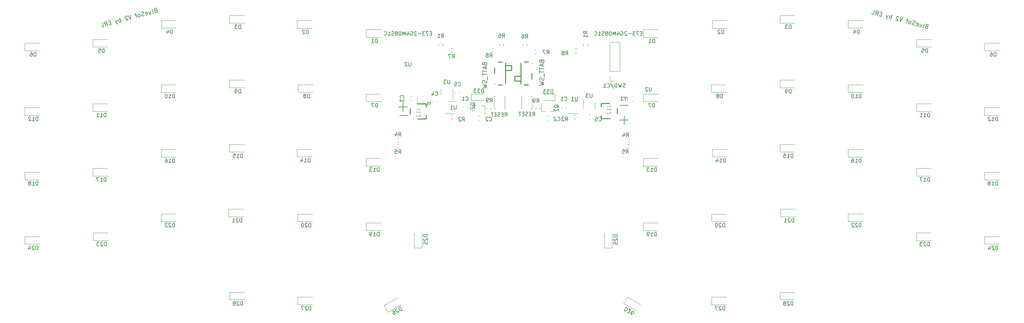
<source format=gbo>
G04 #@! TF.GenerationSoftware,KiCad,Pcbnew,(5.99.0-8557-g8988e46ab1)*
G04 #@! TF.CreationDate,2021-02-20T09:12:51-07:00*
G04 #@! TF.ProjectId,BlueSof_R3_Panel,426c7565-536f-4665-9f52-335f50616e65,rev?*
G04 #@! TF.SameCoordinates,PX85099e0PY51bada0*
G04 #@! TF.FileFunction,Legend,Bot*
G04 #@! TF.FilePolarity,Positive*
%FSLAX46Y46*%
G04 Gerber Fmt 4.6, Leading zero omitted, Abs format (unit mm)*
G04 Created by KiCad (PCBNEW (5.99.0-8557-g8988e46ab1)) date 2021-02-20 09:12:51*
%MOMM*%
%LPD*%
G01*
G04 APERTURE LIST*
%ADD10C,0.200000*%
%ADD11C,0.150000*%
%ADD12C,0.015000*%
%ADD13C,0.152000*%
%ADD14C,0.120000*%
%ADD15C,0.254000*%
G04 APERTURE END LIST*
D10*
X120305085Y38069811D02*
X120139739Y38059886D01*
X120075586Y38022847D01*
X119997876Y37935212D01*
X119957204Y37783424D01*
X119980686Y37668675D01*
X120017725Y37604521D01*
X120105360Y37526811D01*
X120510129Y37418353D01*
X120794830Y38480872D01*
X120440657Y38575772D01*
X120325907Y38552290D01*
X120261754Y38515251D01*
X120184044Y38427616D01*
X120156929Y38326424D01*
X120180411Y38211675D01*
X120217450Y38147521D01*
X120305085Y38069811D01*
X120659258Y37974911D01*
X119295822Y37743726D02*
X119410571Y37767208D01*
X119488282Y37854843D01*
X119732311Y38765573D01*
X118625489Y38682544D02*
X118435688Y37974198D01*
X119080854Y38560529D02*
X118931725Y38003972D01*
X118854014Y37916337D01*
X118739265Y37892855D01*
X118587476Y37933526D01*
X118499841Y38011237D01*
X118462802Y38075390D01*
X117538515Y38268824D02*
X117626150Y38191113D01*
X117828535Y38136884D01*
X117943284Y38160366D01*
X118020995Y38248001D01*
X118129452Y38652770D01*
X118105970Y38767519D01*
X118018335Y38845230D01*
X117815951Y38899459D01*
X117701201Y38875977D01*
X117623491Y38788342D01*
X117596377Y38687150D01*
X118075223Y38450386D01*
X117083150Y38390838D02*
X116917805Y38380914D01*
X116664824Y38448700D01*
X116577189Y38526410D01*
X116540150Y38590563D01*
X116516668Y38705313D01*
X116543783Y38806505D01*
X116621493Y38894140D01*
X116685646Y38931179D01*
X116800396Y38954661D01*
X117016338Y38951028D01*
X117131087Y38974510D01*
X117195240Y39011549D01*
X117272951Y39099184D01*
X117300065Y39200376D01*
X117276583Y39315125D01*
X117239544Y39379279D01*
X117151909Y39456989D01*
X116898929Y39524775D01*
X116733583Y39514851D01*
X115855286Y38665615D02*
X115970036Y38689096D01*
X116034189Y38726135D01*
X116111899Y38813770D01*
X116193243Y39117347D01*
X116169761Y39232096D01*
X116132722Y39296250D01*
X116045087Y39373960D01*
X115893298Y39414632D01*
X115778549Y39391150D01*
X115714396Y39354111D01*
X115636685Y39266476D01*
X115555342Y38962899D01*
X115578824Y38848150D01*
X115615863Y38783997D01*
X115703498Y38706286D01*
X115855286Y38665615D01*
X115387337Y39550204D02*
X114982568Y39658661D01*
X115045748Y38882530D02*
X115289778Y39793260D01*
X115266296Y39908009D01*
X115178661Y39985720D01*
X115077469Y40012834D01*
X114065546Y40283978D02*
X113426673Y39316360D01*
X113357201Y40473778D01*
X113026510Y40453929D02*
X112989471Y40518083D01*
X112901836Y40595793D01*
X112648855Y40663579D01*
X112534106Y40640097D01*
X112469952Y40603058D01*
X112392242Y40515423D01*
X112365128Y40414231D01*
X112375052Y40248886D01*
X112819519Y39479046D01*
X112161770Y39655289D01*
X110896867Y39994219D02*
X111181568Y41056737D01*
X111073110Y40651969D02*
X110985475Y40729679D01*
X110783091Y40783908D01*
X110668341Y40760426D01*
X110604188Y40723387D01*
X110526478Y40635752D01*
X110445135Y40332175D01*
X110468616Y40217426D01*
X110505655Y40153273D01*
X110593290Y40075562D01*
X110795675Y40021333D01*
X110910424Y40044815D01*
X110226534Y40933037D02*
X109783752Y40292477D01*
X109720572Y41068609D02*
X109783752Y40292477D01*
X109817159Y40012382D01*
X109854198Y39948229D01*
X109941833Y39870518D01*
X108465594Y41242193D02*
X108111421Y41337093D01*
X107810504Y40821208D02*
X108316465Y40685636D01*
X108601166Y41748154D01*
X108095205Y41883726D01*
X106747986Y41105908D02*
X107237730Y41516969D01*
X107355139Y40943222D02*
X107639840Y42005741D01*
X107235071Y42114198D01*
X107120322Y42090716D01*
X107056168Y42053677D01*
X106978458Y41966042D01*
X106937786Y41814254D01*
X106961268Y41699505D01*
X106998307Y41635351D01*
X107085942Y41557641D01*
X107490711Y41449183D01*
X105786659Y41363495D02*
X106292620Y41227923D01*
X106577321Y42290442D01*
D11*
X40567367Y14444109D02*
X40567367Y12158394D01*
X41710224Y13301251D02*
X39424510Y13301251D01*
X39410224Y17215537D02*
X41695939Y17215537D01*
X-17722582Y17960094D02*
X-17722582Y15674379D01*
X-16579725Y16817236D02*
X-18865439Y16817236D01*
X-18579725Y14531522D02*
X-16294010Y14531522D01*
D10*
X-83025536Y42250465D02*
X-83163767Y42159198D01*
X-83200806Y42095044D01*
X-83224287Y41980295D01*
X-83183616Y41828507D01*
X-83105905Y41740872D01*
X-83041752Y41703833D01*
X-82927003Y41680351D01*
X-82522234Y41788808D01*
X-82806935Y42851327D01*
X-83161107Y42756427D01*
X-83248742Y42678716D01*
X-83285781Y42614563D01*
X-83309263Y42499813D01*
X-83282149Y42398621D01*
X-83204438Y42310986D01*
X-83140285Y42273947D01*
X-83025536Y42250465D01*
X-82671363Y42345366D01*
X-83736540Y41463436D02*
X-83648905Y41541146D01*
X-83625424Y41655896D01*
X-83869453Y42566626D01*
X-84786475Y41941309D02*
X-84596674Y41232964D01*
X-84331110Y42063324D02*
X-84181981Y41506767D01*
X-84205463Y41392017D01*
X-84293098Y41314307D01*
X-84444886Y41273635D01*
X-84559635Y41297117D01*
X-84623789Y41334156D01*
X-85520962Y41039531D02*
X-85406212Y41016049D01*
X-85203828Y41070278D01*
X-85116193Y41147988D01*
X-85092711Y41262737D01*
X-85201168Y41667506D01*
X-85278879Y41755141D01*
X-85393628Y41778623D01*
X-85596013Y41724394D01*
X-85683648Y41646684D01*
X-85707130Y41531934D01*
X-85680015Y41430742D01*
X-85146940Y41465122D01*
X-85976327Y40917516D02*
X-86114558Y40826248D01*
X-86367538Y40758462D01*
X-86482288Y40781944D01*
X-86546441Y40818983D01*
X-86624152Y40906618D01*
X-86651266Y41007810D01*
X-86627784Y41122560D01*
X-86590745Y41186713D01*
X-86503110Y41264423D01*
X-86314283Y41369248D01*
X-86226648Y41446959D01*
X-86189609Y41511112D01*
X-86166127Y41625861D01*
X-86193242Y41727054D01*
X-86270952Y41814689D01*
X-86335105Y41851728D01*
X-86449855Y41875209D01*
X-86702835Y41807423D01*
X-86841067Y41716156D01*
X-87177076Y40541547D02*
X-87089441Y40619258D01*
X-87052402Y40683411D01*
X-87028921Y40798160D01*
X-87110264Y41101737D01*
X-87187974Y41189372D01*
X-87252127Y41226411D01*
X-87366877Y41249893D01*
X-87518665Y41209221D01*
X-87606300Y41131511D01*
X-87643339Y41067357D01*
X-87666821Y40952608D01*
X-87585478Y40649031D01*
X-87507767Y40561396D01*
X-87443614Y40524357D01*
X-87328865Y40500876D01*
X-87177076Y40541547D01*
X-88024626Y41073649D02*
X-88429395Y40965192D01*
X-87986614Y40324632D02*
X-88230643Y41235362D01*
X-88308354Y41322997D01*
X-88423103Y41346479D01*
X-88524296Y41319365D01*
X-89536218Y41048221D02*
X-89605690Y39890802D01*
X-90244564Y40858420D01*
X-90521026Y40675885D02*
X-90585179Y40712924D01*
X-90699929Y40736406D01*
X-90952909Y40668620D01*
X-91040544Y40590909D01*
X-91077583Y40526756D01*
X-91101065Y40412006D01*
X-91073950Y40310814D01*
X-90982683Y40172583D01*
X-90212843Y39728116D01*
X-90870593Y39551872D01*
X-92135495Y39212943D02*
X-92420196Y40275461D01*
X-92311739Y39870692D02*
X-92426488Y39894174D01*
X-92628873Y39839945D01*
X-92716508Y39762235D01*
X-92753547Y39698081D01*
X-92777029Y39583332D01*
X-92695685Y39279755D01*
X-92617975Y39192120D01*
X-92553822Y39155081D01*
X-92439072Y39131600D01*
X-92236688Y39185828D01*
X-92149053Y39263539D01*
X-93185430Y39690816D02*
X-93248610Y38914685D01*
X-93691391Y39555244D02*
X-93248610Y38914685D01*
X-93079632Y38688818D01*
X-93015479Y38651779D01*
X-92900729Y38628298D01*
X-94865026Y39078083D02*
X-95219199Y38983183D01*
X-95221858Y38385954D02*
X-94715897Y38521526D01*
X-95000598Y39584045D01*
X-95506559Y39448473D01*
X-96284377Y38101253D02*
X-96065776Y38702115D01*
X-95677224Y38263940D02*
X-95961924Y39326458D01*
X-96366693Y39218000D01*
X-96454328Y39140290D01*
X-96491367Y39076137D01*
X-96514849Y38961387D01*
X-96474178Y38809599D01*
X-96396467Y38721964D01*
X-96332314Y38684925D01*
X-96217564Y38661443D01*
X-95812795Y38769901D01*
X-97245703Y37843667D02*
X-96739742Y37979239D01*
X-97024443Y39041757D01*
D11*
X66791177Y36098871D02*
X66791177Y37098871D01*
X66553082Y37098871D01*
X66410224Y37051251D01*
X66314986Y36956013D01*
X66267367Y36860775D01*
X66219748Y36670299D01*
X66219748Y36527442D01*
X66267367Y36336966D01*
X66314986Y36241728D01*
X66410224Y36146490D01*
X66553082Y36098871D01*
X66791177Y36098871D01*
X65838796Y37003632D02*
X65791177Y37051251D01*
X65695939Y37098871D01*
X65457843Y37098871D01*
X65362605Y37051251D01*
X65314986Y37003632D01*
X65267367Y36908394D01*
X65267367Y36813156D01*
X65314986Y36670299D01*
X65886415Y36098871D01*
X65267367Y36098871D01*
X84591177Y37448871D02*
X84591177Y38448871D01*
X84353082Y38448871D01*
X84210224Y38401251D01*
X84114986Y38306013D01*
X84067367Y38210775D01*
X84019748Y38020299D01*
X84019748Y37877442D01*
X84067367Y37686966D01*
X84114986Y37591728D01*
X84210224Y37496490D01*
X84353082Y37448871D01*
X84591177Y37448871D01*
X83686415Y38448871D02*
X83067367Y38448871D01*
X83400701Y38067918D01*
X83257843Y38067918D01*
X83162605Y38020299D01*
X83114986Y37972680D01*
X83067367Y37877442D01*
X83067367Y37639347D01*
X83114986Y37544109D01*
X83162605Y37496490D01*
X83257843Y37448871D01*
X83543558Y37448871D01*
X83638796Y37496490D01*
X83686415Y37544109D01*
X102591177Y36148871D02*
X102591177Y37148871D01*
X102353082Y37148871D01*
X102210224Y37101251D01*
X102114986Y37006013D01*
X102067367Y36910775D01*
X102019748Y36720299D01*
X102019748Y36577442D01*
X102067367Y36386966D01*
X102114986Y36291728D01*
X102210224Y36196490D01*
X102353082Y36148871D01*
X102591177Y36148871D01*
X101162605Y36815537D02*
X101162605Y36148871D01*
X101400701Y37196490D02*
X101638796Y36482204D01*
X101019748Y36482204D01*
X120591177Y31148871D02*
X120591177Y32148871D01*
X120353082Y32148871D01*
X120210224Y32101251D01*
X120114986Y32006013D01*
X120067367Y31910775D01*
X120019748Y31720299D01*
X120019748Y31577442D01*
X120067367Y31386966D01*
X120114986Y31291728D01*
X120210224Y31196490D01*
X120353082Y31148871D01*
X120591177Y31148871D01*
X119114986Y32148871D02*
X119591177Y32148871D01*
X119638796Y31672680D01*
X119591177Y31720299D01*
X119495939Y31767918D01*
X119257843Y31767918D01*
X119162605Y31720299D01*
X119114986Y31672680D01*
X119067367Y31577442D01*
X119067367Y31339347D01*
X119114986Y31244109D01*
X119162605Y31196490D01*
X119257843Y31148871D01*
X119495939Y31148871D01*
X119591177Y31196490D01*
X119638796Y31244109D01*
X138591177Y30148871D02*
X138591177Y31148871D01*
X138353082Y31148871D01*
X138210224Y31101251D01*
X138114986Y31006013D01*
X138067367Y30910775D01*
X138019748Y30720299D01*
X138019748Y30577442D01*
X138067367Y30386966D01*
X138114986Y30291728D01*
X138210224Y30196490D01*
X138353082Y30148871D01*
X138591177Y30148871D01*
X137162605Y31148871D02*
X137353082Y31148871D01*
X137448320Y31101251D01*
X137495939Y31053632D01*
X137591177Y30910775D01*
X137638796Y30720299D01*
X137638796Y30339347D01*
X137591177Y30244109D01*
X137543558Y30196490D01*
X137448320Y30148871D01*
X137257843Y30148871D01*
X137162605Y30196490D01*
X137114986Y30244109D01*
X137067367Y30339347D01*
X137067367Y30577442D01*
X137114986Y30672680D01*
X137162605Y30720299D01*
X137257843Y30767918D01*
X137448320Y30767918D01*
X137543558Y30720299D01*
X137591177Y30672680D01*
X137638796Y30577442D01*
X48541177Y16748871D02*
X48541177Y17748871D01*
X48303082Y17748871D01*
X48160224Y17701251D01*
X48064986Y17606013D01*
X48017367Y17510775D01*
X47969748Y17320299D01*
X47969748Y17177442D01*
X48017367Y16986966D01*
X48064986Y16891728D01*
X48160224Y16796490D01*
X48303082Y16748871D01*
X48541177Y16748871D01*
X47636415Y17748871D02*
X46969748Y17748871D01*
X47398320Y16748871D01*
X66491177Y19198871D02*
X66491177Y20198871D01*
X66253082Y20198871D01*
X66110224Y20151251D01*
X66014986Y20056013D01*
X65967367Y19960775D01*
X65919748Y19770299D01*
X65919748Y19627442D01*
X65967367Y19436966D01*
X66014986Y19341728D01*
X66110224Y19246490D01*
X66253082Y19198871D01*
X66491177Y19198871D01*
X65348320Y19770299D02*
X65443558Y19817918D01*
X65491177Y19865537D01*
X65538796Y19960775D01*
X65538796Y20008394D01*
X65491177Y20103632D01*
X65443558Y20151251D01*
X65348320Y20198871D01*
X65157843Y20198871D01*
X65062605Y20151251D01*
X65014986Y20103632D01*
X64967367Y20008394D01*
X64967367Y19960775D01*
X65014986Y19865537D01*
X65062605Y19817918D01*
X65157843Y19770299D01*
X65348320Y19770299D01*
X65443558Y19722680D01*
X65491177Y19675061D01*
X65538796Y19579823D01*
X65538796Y19389347D01*
X65491177Y19294109D01*
X65443558Y19246490D01*
X65348320Y19198871D01*
X65157843Y19198871D01*
X65062605Y19246490D01*
X65014986Y19294109D01*
X64967367Y19389347D01*
X64967367Y19579823D01*
X65014986Y19675061D01*
X65062605Y19722680D01*
X65157843Y19770299D01*
X84591177Y20448871D02*
X84591177Y21448871D01*
X84353082Y21448871D01*
X84210224Y21401251D01*
X84114986Y21306013D01*
X84067367Y21210775D01*
X84019748Y21020299D01*
X84019748Y20877442D01*
X84067367Y20686966D01*
X84114986Y20591728D01*
X84210224Y20496490D01*
X84353082Y20448871D01*
X84591177Y20448871D01*
X83543558Y20448871D02*
X83353082Y20448871D01*
X83257843Y20496490D01*
X83210224Y20544109D01*
X83114986Y20686966D01*
X83067367Y20877442D01*
X83067367Y21258394D01*
X83114986Y21353632D01*
X83162605Y21401251D01*
X83257843Y21448871D01*
X83448320Y21448871D01*
X83543558Y21401251D01*
X83591177Y21353632D01*
X83638796Y21258394D01*
X83638796Y21020299D01*
X83591177Y20925061D01*
X83543558Y20877442D01*
X83448320Y20829823D01*
X83257843Y20829823D01*
X83162605Y20877442D01*
X83114986Y20925061D01*
X83067367Y21020299D01*
X103017367Y19148871D02*
X103017367Y20148871D01*
X102779272Y20148871D01*
X102636415Y20101251D01*
X102541177Y20006013D01*
X102493558Y19910775D01*
X102445939Y19720299D01*
X102445939Y19577442D01*
X102493558Y19386966D01*
X102541177Y19291728D01*
X102636415Y19196490D01*
X102779272Y19148871D01*
X103017367Y19148871D01*
X101493558Y19148871D02*
X102064986Y19148871D01*
X101779272Y19148871D02*
X101779272Y20148871D01*
X101874510Y20006013D01*
X101969748Y19910775D01*
X102064986Y19863156D01*
X100874510Y20148871D02*
X100779272Y20148871D01*
X100684034Y20101251D01*
X100636415Y20053632D01*
X100588796Y19958394D01*
X100541177Y19767918D01*
X100541177Y19529823D01*
X100588796Y19339347D01*
X100636415Y19244109D01*
X100684034Y19196490D01*
X100779272Y19148871D01*
X100874510Y19148871D01*
X100969748Y19196490D01*
X101017367Y19244109D01*
X101064986Y19339347D01*
X101112605Y19529823D01*
X101112605Y19767918D01*
X101064986Y19958394D01*
X101017367Y20053632D01*
X100969748Y20101251D01*
X100874510Y20148871D01*
X121067367Y14148871D02*
X121067367Y15148871D01*
X120829272Y15148871D01*
X120686415Y15101251D01*
X120591177Y15006013D01*
X120543558Y14910775D01*
X120495939Y14720299D01*
X120495939Y14577442D01*
X120543558Y14386966D01*
X120591177Y14291728D01*
X120686415Y14196490D01*
X120829272Y14148871D01*
X121067367Y14148871D01*
X119543558Y14148871D02*
X120114986Y14148871D01*
X119829272Y14148871D02*
X119829272Y15148871D01*
X119924510Y15006013D01*
X120019748Y14910775D01*
X120114986Y14863156D01*
X118591177Y14148871D02*
X119162605Y14148871D01*
X118876891Y14148871D02*
X118876891Y15148871D01*
X118972129Y15006013D01*
X119067367Y14910775D01*
X119162605Y14863156D01*
X139017367Y13148871D02*
X139017367Y14148871D01*
X138779272Y14148871D01*
X138636415Y14101251D01*
X138541177Y14006013D01*
X138493558Y13910775D01*
X138445939Y13720299D01*
X138445939Y13577442D01*
X138493558Y13386966D01*
X138541177Y13291728D01*
X138636415Y13196490D01*
X138779272Y13148871D01*
X139017367Y13148871D01*
X137493558Y13148871D02*
X138064986Y13148871D01*
X137779272Y13148871D02*
X137779272Y14148871D01*
X137874510Y14006013D01*
X137969748Y13910775D01*
X138064986Y13863156D01*
X137112605Y14053632D02*
X137064986Y14101251D01*
X136969748Y14148871D01*
X136731653Y14148871D01*
X136636415Y14101251D01*
X136588796Y14053632D01*
X136541177Y13958394D01*
X136541177Y13863156D01*
X136588796Y13720299D01*
X137160224Y13148871D01*
X136541177Y13148871D01*
X67267367Y2198871D02*
X67267367Y3198871D01*
X67029272Y3198871D01*
X66886415Y3151251D01*
X66791177Y3056013D01*
X66743558Y2960775D01*
X66695939Y2770299D01*
X66695939Y2627442D01*
X66743558Y2436966D01*
X66791177Y2341728D01*
X66886415Y2246490D01*
X67029272Y2198871D01*
X67267367Y2198871D01*
X65743558Y2198871D02*
X66314986Y2198871D01*
X66029272Y2198871D02*
X66029272Y3198871D01*
X66124510Y3056013D01*
X66219748Y2960775D01*
X66314986Y2913156D01*
X64886415Y2865537D02*
X64886415Y2198871D01*
X65124510Y3246490D02*
X65362605Y2532204D01*
X64743558Y2532204D01*
X85067367Y3448871D02*
X85067367Y4448871D01*
X84829272Y4448871D01*
X84686415Y4401251D01*
X84591177Y4306013D01*
X84543558Y4210775D01*
X84495939Y4020299D01*
X84495939Y3877442D01*
X84543558Y3686966D01*
X84591177Y3591728D01*
X84686415Y3496490D01*
X84829272Y3448871D01*
X85067367Y3448871D01*
X83543558Y3448871D02*
X84114986Y3448871D01*
X83829272Y3448871D02*
X83829272Y4448871D01*
X83924510Y4306013D01*
X84019748Y4210775D01*
X84114986Y4163156D01*
X82638796Y4448871D02*
X83114986Y4448871D01*
X83162605Y3972680D01*
X83114986Y4020299D01*
X83019748Y4067918D01*
X82781653Y4067918D01*
X82686415Y4020299D01*
X82638796Y3972680D01*
X82591177Y3877442D01*
X82591177Y3639347D01*
X82638796Y3544109D01*
X82686415Y3496490D01*
X82781653Y3448871D01*
X83019748Y3448871D01*
X83114986Y3496490D01*
X83162605Y3544109D01*
X103017367Y2148871D02*
X103017367Y3148871D01*
X102779272Y3148871D01*
X102636415Y3101251D01*
X102541177Y3006013D01*
X102493558Y2910775D01*
X102445939Y2720299D01*
X102445939Y2577442D01*
X102493558Y2386966D01*
X102541177Y2291728D01*
X102636415Y2196490D01*
X102779272Y2148871D01*
X103017367Y2148871D01*
X101493558Y2148871D02*
X102064986Y2148871D01*
X101779272Y2148871D02*
X101779272Y3148871D01*
X101874510Y3006013D01*
X101969748Y2910775D01*
X102064986Y2863156D01*
X100636415Y3148871D02*
X100826891Y3148871D01*
X100922129Y3101251D01*
X100969748Y3053632D01*
X101064986Y2910775D01*
X101112605Y2720299D01*
X101112605Y2339347D01*
X101064986Y2244109D01*
X101017367Y2196490D01*
X100922129Y2148871D01*
X100731653Y2148871D01*
X100636415Y2196490D01*
X100588796Y2244109D01*
X100541177Y2339347D01*
X100541177Y2577442D01*
X100588796Y2672680D01*
X100636415Y2720299D01*
X100731653Y2767918D01*
X100922129Y2767918D01*
X101017367Y2720299D01*
X101064986Y2672680D01*
X101112605Y2577442D01*
X121067367Y-2851129D02*
X121067367Y-1851129D01*
X120829272Y-1851129D01*
X120686415Y-1898749D01*
X120591177Y-1993987D01*
X120543558Y-2089225D01*
X120495939Y-2279701D01*
X120495939Y-2422558D01*
X120543558Y-2613034D01*
X120591177Y-2708272D01*
X120686415Y-2803510D01*
X120829272Y-2851129D01*
X121067367Y-2851129D01*
X119543558Y-2851129D02*
X120114986Y-2851129D01*
X119829272Y-2851129D02*
X119829272Y-1851129D01*
X119924510Y-1993987D01*
X120019748Y-2089225D01*
X120114986Y-2136844D01*
X119210224Y-1851129D02*
X118543558Y-1851129D01*
X118972129Y-2851129D01*
X139017367Y-3851129D02*
X139017367Y-2851129D01*
X138779272Y-2851129D01*
X138636415Y-2898749D01*
X138541177Y-2993987D01*
X138493558Y-3089225D01*
X138445939Y-3279701D01*
X138445939Y-3422558D01*
X138493558Y-3613034D01*
X138541177Y-3708272D01*
X138636415Y-3803510D01*
X138779272Y-3851129D01*
X139017367Y-3851129D01*
X137493558Y-3851129D02*
X138064986Y-3851129D01*
X137779272Y-3851129D02*
X137779272Y-2851129D01*
X137874510Y-2993987D01*
X137969748Y-3089225D01*
X138064986Y-3136844D01*
X136922129Y-3279701D02*
X137017367Y-3232082D01*
X137064986Y-3184463D01*
X137112605Y-3089225D01*
X137112605Y-3041606D01*
X137064986Y-2946368D01*
X137017367Y-2898749D01*
X136922129Y-2851129D01*
X136731653Y-2851129D01*
X136636415Y-2898749D01*
X136588796Y-2946368D01*
X136541177Y-3041606D01*
X136541177Y-3089225D01*
X136588796Y-3184463D01*
X136636415Y-3232082D01*
X136731653Y-3279701D01*
X136922129Y-3279701D01*
X137017367Y-3327320D01*
X137064986Y-3374939D01*
X137112605Y-3470177D01*
X137112605Y-3660653D01*
X137064986Y-3755891D01*
X137017367Y-3803510D01*
X136922129Y-3851129D01*
X136731653Y-3851129D01*
X136636415Y-3803510D01*
X136588796Y-3755891D01*
X136541177Y-3660653D01*
X136541177Y-3470177D01*
X136588796Y-3374939D01*
X136636415Y-3327320D01*
X136731653Y-3279701D01*
X49067367Y-17251129D02*
X49067367Y-16251129D01*
X48829272Y-16251129D01*
X48686415Y-16298749D01*
X48591177Y-16393987D01*
X48543558Y-16489225D01*
X48495939Y-16679701D01*
X48495939Y-16822558D01*
X48543558Y-17013034D01*
X48591177Y-17108272D01*
X48686415Y-17203510D01*
X48829272Y-17251129D01*
X49067367Y-17251129D01*
X47543558Y-17251129D02*
X48114986Y-17251129D01*
X47829272Y-17251129D02*
X47829272Y-16251129D01*
X47924510Y-16393987D01*
X48019748Y-16489225D01*
X48114986Y-16536844D01*
X47067367Y-17251129D02*
X46876891Y-17251129D01*
X46781653Y-17203510D01*
X46734034Y-17155891D01*
X46638796Y-17013034D01*
X46591177Y-16822558D01*
X46591177Y-16441606D01*
X46638796Y-16346368D01*
X46686415Y-16298749D01*
X46781653Y-16251129D01*
X46972129Y-16251129D01*
X47067367Y-16298749D01*
X47114986Y-16346368D01*
X47162605Y-16441606D01*
X47162605Y-16679701D01*
X47114986Y-16774939D01*
X47067367Y-16822558D01*
X46972129Y-16870177D01*
X46781653Y-16870177D01*
X46686415Y-16822558D01*
X46638796Y-16774939D01*
X46591177Y-16679701D01*
X67067367Y-14901129D02*
X67067367Y-13901129D01*
X66829272Y-13901129D01*
X66686415Y-13948749D01*
X66591177Y-14043987D01*
X66543558Y-14139225D01*
X66495939Y-14329701D01*
X66495939Y-14472558D01*
X66543558Y-14663034D01*
X66591177Y-14758272D01*
X66686415Y-14853510D01*
X66829272Y-14901129D01*
X67067367Y-14901129D01*
X66114986Y-13996368D02*
X66067367Y-13948749D01*
X65972129Y-13901129D01*
X65734034Y-13901129D01*
X65638796Y-13948749D01*
X65591177Y-13996368D01*
X65543558Y-14091606D01*
X65543558Y-14186844D01*
X65591177Y-14329701D01*
X66162605Y-14901129D01*
X65543558Y-14901129D01*
X64924510Y-13901129D02*
X64829272Y-13901129D01*
X64734034Y-13948749D01*
X64686415Y-13996368D01*
X64638796Y-14091606D01*
X64591177Y-14282082D01*
X64591177Y-14520177D01*
X64638796Y-14710653D01*
X64686415Y-14805891D01*
X64734034Y-14853510D01*
X64829272Y-14901129D01*
X64924510Y-14901129D01*
X65019748Y-14853510D01*
X65067367Y-14805891D01*
X65114986Y-14710653D01*
X65162605Y-14520177D01*
X65162605Y-14282082D01*
X65114986Y-14091606D01*
X65067367Y-13996368D01*
X65019748Y-13948749D01*
X64924510Y-13901129D01*
X85267367Y-13601129D02*
X85267367Y-12601129D01*
X85029272Y-12601129D01*
X84886415Y-12648749D01*
X84791177Y-12743987D01*
X84743558Y-12839225D01*
X84695939Y-13029701D01*
X84695939Y-13172558D01*
X84743558Y-13363034D01*
X84791177Y-13458272D01*
X84886415Y-13553510D01*
X85029272Y-13601129D01*
X85267367Y-13601129D01*
X84314986Y-12696368D02*
X84267367Y-12648749D01*
X84172129Y-12601129D01*
X83934034Y-12601129D01*
X83838796Y-12648749D01*
X83791177Y-12696368D01*
X83743558Y-12791606D01*
X83743558Y-12886844D01*
X83791177Y-13029701D01*
X84362605Y-13601129D01*
X83743558Y-13601129D01*
X82791177Y-13601129D02*
X83362605Y-13601129D01*
X83076891Y-13601129D02*
X83076891Y-12601129D01*
X83172129Y-12743987D01*
X83267367Y-12839225D01*
X83362605Y-12886844D01*
X103017367Y-14851129D02*
X103017367Y-13851129D01*
X102779272Y-13851129D01*
X102636415Y-13898749D01*
X102541177Y-13993987D01*
X102493558Y-14089225D01*
X102445939Y-14279701D01*
X102445939Y-14422558D01*
X102493558Y-14613034D01*
X102541177Y-14708272D01*
X102636415Y-14803510D01*
X102779272Y-14851129D01*
X103017367Y-14851129D01*
X102064986Y-13946368D02*
X102017367Y-13898749D01*
X101922129Y-13851129D01*
X101684034Y-13851129D01*
X101588796Y-13898749D01*
X101541177Y-13946368D01*
X101493558Y-14041606D01*
X101493558Y-14136844D01*
X101541177Y-14279701D01*
X102112605Y-14851129D01*
X101493558Y-14851129D01*
X101112605Y-13946368D02*
X101064986Y-13898749D01*
X100969748Y-13851129D01*
X100731653Y-13851129D01*
X100636415Y-13898749D01*
X100588796Y-13946368D01*
X100541177Y-14041606D01*
X100541177Y-14136844D01*
X100588796Y-14279701D01*
X101160224Y-14851129D01*
X100541177Y-14851129D01*
X121017367Y-19851129D02*
X121017367Y-18851129D01*
X120779272Y-18851129D01*
X120636415Y-18898749D01*
X120541177Y-18993987D01*
X120493558Y-19089225D01*
X120445939Y-19279701D01*
X120445939Y-19422558D01*
X120493558Y-19613034D01*
X120541177Y-19708272D01*
X120636415Y-19803510D01*
X120779272Y-19851129D01*
X121017367Y-19851129D01*
X120064986Y-18946368D02*
X120017367Y-18898749D01*
X119922129Y-18851129D01*
X119684034Y-18851129D01*
X119588796Y-18898749D01*
X119541177Y-18946368D01*
X119493558Y-19041606D01*
X119493558Y-19136844D01*
X119541177Y-19279701D01*
X120112605Y-19851129D01*
X119493558Y-19851129D01*
X119160224Y-18851129D02*
X118541177Y-18851129D01*
X118874510Y-19232082D01*
X118731653Y-19232082D01*
X118636415Y-19279701D01*
X118588796Y-19327320D01*
X118541177Y-19422558D01*
X118541177Y-19660653D01*
X118588796Y-19755891D01*
X118636415Y-19803510D01*
X118731653Y-19851129D01*
X119017367Y-19851129D01*
X119112605Y-19803510D01*
X119160224Y-19755891D01*
X139067367Y-20851129D02*
X139067367Y-19851129D01*
X138829272Y-19851129D01*
X138686415Y-19898749D01*
X138591177Y-19993987D01*
X138543558Y-20089225D01*
X138495939Y-20279701D01*
X138495939Y-20422558D01*
X138543558Y-20613034D01*
X138591177Y-20708272D01*
X138686415Y-20803510D01*
X138829272Y-20851129D01*
X139067367Y-20851129D01*
X138114986Y-19946368D02*
X138067367Y-19898749D01*
X137972129Y-19851129D01*
X137734034Y-19851129D01*
X137638796Y-19898749D01*
X137591177Y-19946368D01*
X137543558Y-20041606D01*
X137543558Y-20136844D01*
X137591177Y-20279701D01*
X138162605Y-20851129D01*
X137543558Y-20851129D01*
X136686415Y-20184463D02*
X136686415Y-20851129D01*
X136924510Y-19803510D02*
X137162605Y-20517796D01*
X136543558Y-20517796D01*
X49067367Y-251129D02*
X49067367Y748871D01*
X48829272Y748871D01*
X48686415Y701251D01*
X48591177Y606013D01*
X48543558Y510775D01*
X48495939Y320299D01*
X48495939Y177442D01*
X48543558Y-13034D01*
X48591177Y-108272D01*
X48686415Y-203510D01*
X48829272Y-251129D01*
X49067367Y-251129D01*
X47543558Y-251129D02*
X48114986Y-251129D01*
X47829272Y-251129D02*
X47829272Y748871D01*
X47924510Y606013D01*
X48019748Y510775D01*
X48114986Y463156D01*
X47210224Y748871D02*
X46591177Y748871D01*
X46924510Y367918D01*
X46781653Y367918D01*
X46686415Y320299D01*
X46638796Y272680D01*
X46591177Y177442D01*
X46591177Y-60653D01*
X46638796Y-155891D01*
X46686415Y-203510D01*
X46781653Y-251129D01*
X47067367Y-251129D01*
X47162605Y-203510D01*
X47210224Y-155891D01*
X67067367Y-36801129D02*
X67067367Y-35801129D01*
X66829272Y-35801129D01*
X66686415Y-35848749D01*
X66591177Y-35943987D01*
X66543558Y-36039225D01*
X66495939Y-36229701D01*
X66495939Y-36372558D01*
X66543558Y-36563034D01*
X66591177Y-36658272D01*
X66686415Y-36753510D01*
X66829272Y-36801129D01*
X67067367Y-36801129D01*
X66114986Y-35896368D02*
X66067367Y-35848749D01*
X65972129Y-35801129D01*
X65734034Y-35801129D01*
X65638796Y-35848749D01*
X65591177Y-35896368D01*
X65543558Y-35991606D01*
X65543558Y-36086844D01*
X65591177Y-36229701D01*
X66162605Y-36801129D01*
X65543558Y-36801129D01*
X65210224Y-35801129D02*
X64543558Y-35801129D01*
X64972129Y-36801129D01*
X41055427Y-36031883D02*
X40555427Y-36897909D01*
X40761623Y-37016956D01*
X40909151Y-37047146D01*
X41039248Y-37012286D01*
X41128107Y-36953617D01*
X41264584Y-36812469D01*
X41336013Y-36688751D01*
X41390011Y-36499985D01*
X41396391Y-36393696D01*
X41361532Y-36263599D01*
X41261623Y-36150931D01*
X41055427Y-36031883D01*
X41427832Y-37291621D02*
X41445262Y-37356669D01*
X41503931Y-37445528D01*
X41710127Y-37564575D01*
X41816415Y-37570955D01*
X41881464Y-37553525D01*
X41970323Y-37494856D01*
X42017942Y-37412378D01*
X42048131Y-37264850D01*
X41838973Y-36484264D01*
X42375084Y-36793788D01*
X42617392Y-38088385D02*
X42452435Y-37993147D01*
X42393766Y-37904288D01*
X42376336Y-37839240D01*
X42365286Y-37667903D01*
X42419285Y-37479136D01*
X42609761Y-37149221D01*
X42698619Y-37090552D01*
X42763668Y-37073123D01*
X42869956Y-37079502D01*
X43034913Y-37174740D01*
X43093582Y-37263599D01*
X43111012Y-37328648D01*
X43104632Y-37434936D01*
X42985585Y-37641132D01*
X42896726Y-37699801D01*
X42831678Y-37717231D01*
X42725390Y-37710851D01*
X42560432Y-37615613D01*
X42501763Y-37526755D01*
X42484333Y-37461706D01*
X42490713Y-37355418D01*
X38805462Y-16934462D02*
X37805462Y-16934462D01*
X37805462Y-17172557D01*
X37853082Y-17315414D01*
X37948320Y-17410652D01*
X38043558Y-17458271D01*
X38234034Y-17505890D01*
X38376891Y-17505890D01*
X38567367Y-17458271D01*
X38662605Y-17410652D01*
X38757843Y-17315414D01*
X38805462Y-17172557D01*
X38805462Y-16934462D01*
X37900701Y-17886843D02*
X37853082Y-17934462D01*
X37805462Y-18029700D01*
X37805462Y-18267795D01*
X37853082Y-18363033D01*
X37900701Y-18410652D01*
X37995939Y-18458271D01*
X38091177Y-18458271D01*
X38234034Y-18410652D01*
X38805462Y-17839224D01*
X38805462Y-18458271D01*
X37805462Y-19363033D02*
X37805462Y-18886843D01*
X38281653Y-18839224D01*
X38234034Y-18886843D01*
X38186415Y-18982081D01*
X38186415Y-19220176D01*
X38234034Y-19315414D01*
X38281653Y-19363033D01*
X38376891Y-19410652D01*
X38614986Y-19410652D01*
X38710224Y-19363033D01*
X38757843Y-19315414D01*
X38805462Y-19220176D01*
X38805462Y-18982081D01*
X38757843Y-18886843D01*
X38710224Y-18839224D01*
X48591177Y33748871D02*
X48591177Y34748871D01*
X48353082Y34748871D01*
X48210224Y34701251D01*
X48114986Y34606013D01*
X48067367Y34510775D01*
X48019748Y34320299D01*
X48019748Y34177442D01*
X48067367Y33986966D01*
X48114986Y33891728D01*
X48210224Y33796490D01*
X48353082Y33748871D01*
X48591177Y33748871D01*
X47067367Y33748871D02*
X47638796Y33748871D01*
X47353082Y33748871D02*
X47353082Y34748871D01*
X47448320Y34606013D01*
X47543558Y34510775D01*
X47638796Y34463156D01*
X85067367Y-35501129D02*
X85067367Y-34501129D01*
X84829272Y-34501129D01*
X84686415Y-34548749D01*
X84591177Y-34643987D01*
X84543558Y-34739225D01*
X84495939Y-34929701D01*
X84495939Y-35072558D01*
X84543558Y-35263034D01*
X84591177Y-35358272D01*
X84686415Y-35453510D01*
X84829272Y-35501129D01*
X85067367Y-35501129D01*
X84114986Y-34596368D02*
X84067367Y-34548749D01*
X83972129Y-34501129D01*
X83734034Y-34501129D01*
X83638796Y-34548749D01*
X83591177Y-34596368D01*
X83543558Y-34691606D01*
X83543558Y-34786844D01*
X83591177Y-34929701D01*
X84162605Y-35501129D01*
X83543558Y-35501129D01*
X82972129Y-34929701D02*
X83067367Y-34882082D01*
X83114986Y-34834463D01*
X83162605Y-34739225D01*
X83162605Y-34691606D01*
X83114986Y-34596368D01*
X83067367Y-34548749D01*
X82972129Y-34501129D01*
X82781653Y-34501129D01*
X82686415Y-34548749D01*
X82638796Y-34596368D01*
X82591177Y-34691606D01*
X82591177Y-34739225D01*
X82638796Y-34834463D01*
X82686415Y-34882082D01*
X82781653Y-34929701D01*
X82972129Y-34929701D01*
X83067367Y-34977320D01*
X83114986Y-35024939D01*
X83162605Y-35120177D01*
X83162605Y-35310653D01*
X83114986Y-35405891D01*
X83067367Y-35453510D01*
X82972129Y-35501129D01*
X82781653Y-35501129D01*
X82686415Y-35453510D01*
X82638796Y-35405891D01*
X82591177Y-35310653D01*
X82591177Y-35120177D01*
X82638796Y-35024939D01*
X82686415Y-34977320D01*
X82781653Y-34929701D01*
X33919748Y13144109D02*
X33967367Y13096490D01*
X34110224Y13048871D01*
X34205462Y13048871D01*
X34348320Y13096490D01*
X34443558Y13191728D01*
X34491177Y13286966D01*
X34538796Y13477442D01*
X34538796Y13620299D01*
X34491177Y13810775D01*
X34443558Y13906013D01*
X34348320Y14001251D01*
X34205462Y14048871D01*
X34110224Y14048871D01*
X33967367Y14001251D01*
X33919748Y13953632D01*
X33014986Y14048871D02*
X33491177Y14048871D01*
X33538796Y13572680D01*
X33491177Y13620299D01*
X33395939Y13667918D01*
X33157843Y13667918D01*
X33062605Y13620299D01*
X33014986Y13572680D01*
X32967367Y13477442D01*
X32967367Y13239347D01*
X33014986Y13144109D01*
X33062605Y13096490D01*
X33157843Y13048871D01*
X33395939Y13048871D01*
X33491177Y13096490D01*
X33538796Y13144109D01*
X24819748Y18544109D02*
X24867367Y18496490D01*
X25010224Y18448871D01*
X25105462Y18448871D01*
X25248320Y18496490D01*
X25343558Y18591728D01*
X25391177Y18686966D01*
X25438796Y18877442D01*
X25438796Y19020299D01*
X25391177Y19210775D01*
X25343558Y19306013D01*
X25248320Y19401251D01*
X25105462Y19448871D01*
X25010224Y19448871D01*
X24867367Y19401251D01*
X24819748Y19353632D01*
X23867367Y18448871D02*
X24438796Y18448871D01*
X24153082Y18448871D02*
X24153082Y19448871D01*
X24248320Y19306013D01*
X24343558Y19210775D01*
X24438796Y19163156D01*
X23019748Y13244109D02*
X23067367Y13196490D01*
X23210224Y13148871D01*
X23305462Y13148871D01*
X23448320Y13196490D01*
X23543558Y13291728D01*
X23591177Y13386966D01*
X23638796Y13577442D01*
X23638796Y13720299D01*
X23591177Y13910775D01*
X23543558Y14006013D01*
X23448320Y14101251D01*
X23305462Y14148871D01*
X23210224Y14148871D01*
X23067367Y14101251D01*
X23019748Y14053632D01*
X22638796Y14053632D02*
X22591177Y14101251D01*
X22495939Y14148871D01*
X22257843Y14148871D01*
X22162605Y14101251D01*
X22114986Y14053632D01*
X22067367Y13958394D01*
X22067367Y13863156D01*
X22114986Y13720299D01*
X22686415Y13148871D01*
X22067367Y13148871D01*
X40810224Y21996490D02*
X40667367Y21948871D01*
X40429272Y21948871D01*
X40334034Y21996490D01*
X40286415Y22044109D01*
X40238796Y22139347D01*
X40238796Y22234585D01*
X40286415Y22329823D01*
X40334034Y22377442D01*
X40429272Y22425061D01*
X40619748Y22472680D01*
X40714986Y22520299D01*
X40762605Y22567918D01*
X40810224Y22663156D01*
X40810224Y22758394D01*
X40762605Y22853632D01*
X40714986Y22901251D01*
X40619748Y22948871D01*
X40381653Y22948871D01*
X40238796Y22901251D01*
X39905462Y22948871D02*
X39667367Y21948871D01*
X39476891Y22663156D01*
X39286415Y21948871D01*
X39048320Y22948871D01*
X38667367Y21948871D02*
X38667367Y22948871D01*
X38429272Y22948871D01*
X38286415Y22901251D01*
X38191177Y22806013D01*
X38143558Y22710775D01*
X38095939Y22520299D01*
X38095939Y22377442D01*
X38143558Y22186966D01*
X38191177Y22091728D01*
X38286415Y21996490D01*
X38429272Y21948871D01*
X38667367Y21948871D01*
X36953082Y22996490D02*
X37810224Y21710775D01*
X36048320Y22044109D02*
X36095939Y21996490D01*
X36238796Y21948871D01*
X36334034Y21948871D01*
X36476891Y21996490D01*
X36572129Y22091728D01*
X36619748Y22186966D01*
X36667367Y22377442D01*
X36667367Y22520299D01*
X36619748Y22710775D01*
X36572129Y22806013D01*
X36476891Y22901251D01*
X36334034Y22948871D01*
X36238796Y22948871D01*
X36095939Y22901251D01*
X36048320Y22853632D01*
X35095939Y21948871D02*
X35667367Y21948871D01*
X35381653Y21948871D02*
X35381653Y22948871D01*
X35476891Y22806013D01*
X35572129Y22710775D01*
X35667367Y22663156D01*
X23300701Y16596490D02*
X23253082Y16691728D01*
X23157843Y16786966D01*
X23014986Y16929823D01*
X22967367Y17025061D01*
X22967367Y17120299D01*
X23205462Y17072680D02*
X23157843Y17167918D01*
X23062605Y17263156D01*
X22872129Y17310775D01*
X22538796Y17310775D01*
X22348320Y17263156D01*
X22253082Y17167918D01*
X22205462Y17072680D01*
X22205462Y16882204D01*
X22253082Y16786966D01*
X22348320Y16691728D01*
X22538796Y16644109D01*
X22872129Y16644109D01*
X23062605Y16691728D01*
X23157843Y16786966D01*
X23205462Y16882204D01*
X23205462Y17072680D01*
X22300701Y16263156D02*
X22253082Y16215537D01*
X22205462Y16120299D01*
X22205462Y15882204D01*
X22253082Y15786966D01*
X22300701Y15739347D01*
X22395939Y15691728D01*
X22491177Y15691728D01*
X22634034Y15739347D01*
X23205462Y16310775D01*
X23205462Y15691728D01*
X25019748Y13148871D02*
X25353082Y13625061D01*
X25591177Y13148871D02*
X25591177Y14148871D01*
X25210224Y14148871D01*
X25114986Y14101251D01*
X25067367Y14053632D01*
X25019748Y13958394D01*
X25019748Y13815537D01*
X25067367Y13720299D01*
X25114986Y13672680D01*
X25210224Y13625061D01*
X25591177Y13625061D01*
X24638796Y14053632D02*
X24591177Y14101251D01*
X24495939Y14148871D01*
X24257843Y14148871D01*
X24162605Y14101251D01*
X24114986Y14053632D01*
X24067367Y13958394D01*
X24067367Y13863156D01*
X24114986Y13720299D01*
X24686415Y13148871D01*
X24067367Y13148871D01*
X41119748Y8948871D02*
X41453082Y9425061D01*
X41691177Y8948871D02*
X41691177Y9948871D01*
X41310224Y9948871D01*
X41214986Y9901251D01*
X41167367Y9853632D01*
X41119748Y9758394D01*
X41119748Y9615537D01*
X41167367Y9520299D01*
X41214986Y9472680D01*
X41310224Y9425061D01*
X41691177Y9425061D01*
X40262605Y9615537D02*
X40262605Y8948871D01*
X40500701Y9996490D02*
X40738796Y9282204D01*
X40119748Y9282204D01*
X41019748Y4548871D02*
X41353082Y5025061D01*
X41591177Y4548871D02*
X41591177Y5548871D01*
X41210224Y5548871D01*
X41114986Y5501251D01*
X41067367Y5453632D01*
X41019748Y5358394D01*
X41019748Y5215537D01*
X41067367Y5120299D01*
X41114986Y5072680D01*
X41210224Y5025061D01*
X41591177Y5025061D01*
X40114986Y5548871D02*
X40591177Y5548871D01*
X40638796Y5072680D01*
X40591177Y5120299D01*
X40495939Y5167918D01*
X40257843Y5167918D01*
X40162605Y5120299D01*
X40114986Y5072680D01*
X40067367Y4977442D01*
X40067367Y4739347D01*
X40114986Y4644109D01*
X40162605Y4596490D01*
X40257843Y4548871D01*
X40495939Y4548871D01*
X40591177Y4596490D01*
X40638796Y4644109D01*
X20169748Y30773871D02*
X20503082Y31250061D01*
X20741177Y30773871D02*
X20741177Y31773871D01*
X20360224Y31773871D01*
X20264986Y31726251D01*
X20217367Y31678632D01*
X20169748Y31583394D01*
X20169748Y31440537D01*
X20217367Y31345299D01*
X20264986Y31297680D01*
X20360224Y31250061D01*
X20741177Y31250061D01*
X19836415Y31773871D02*
X19169748Y31773871D01*
X19598320Y30773871D01*
X25119748Y30498871D02*
X25453082Y30975061D01*
X25691177Y30498871D02*
X25691177Y31498871D01*
X25310224Y31498871D01*
X25214986Y31451251D01*
X25167367Y31403632D01*
X25119748Y31308394D01*
X25119748Y31165537D01*
X25167367Y31070299D01*
X25214986Y31022680D01*
X25310224Y30975061D01*
X25691177Y30975061D01*
X24548320Y31070299D02*
X24643558Y31117918D01*
X24691177Y31165537D01*
X24738796Y31260775D01*
X24738796Y31308394D01*
X24691177Y31403632D01*
X24643558Y31451251D01*
X24548320Y31498871D01*
X24357843Y31498871D01*
X24262605Y31451251D01*
X24214986Y31403632D01*
X24167367Y31308394D01*
X24167367Y31260775D01*
X24214986Y31165537D01*
X24262605Y31117918D01*
X24357843Y31070299D01*
X24548320Y31070299D01*
X24643558Y31022680D01*
X24691177Y30975061D01*
X24738796Y30879823D01*
X24738796Y30689347D01*
X24691177Y30594109D01*
X24643558Y30546490D01*
X24548320Y30498871D01*
X24357843Y30498871D01*
X24262605Y30546490D01*
X24214986Y30594109D01*
X24167367Y30689347D01*
X24167367Y30879823D01*
X24214986Y30975061D01*
X24262605Y31022680D01*
X24357843Y31070299D01*
X17519748Y17948871D02*
X17853082Y18425061D01*
X18091177Y17948871D02*
X18091177Y18948871D01*
X17710224Y18948871D01*
X17614986Y18901251D01*
X17567367Y18853632D01*
X17519748Y18758394D01*
X17519748Y18615537D01*
X17567367Y18520299D01*
X17614986Y18472680D01*
X17710224Y18425061D01*
X18091177Y18425061D01*
X17043558Y17948871D02*
X16853082Y17948871D01*
X16757843Y17996490D01*
X16710224Y18044109D01*
X16614986Y18186966D01*
X16567367Y18377442D01*
X16567367Y18758394D01*
X16614986Y18853632D01*
X16662605Y18901251D01*
X16757843Y18948871D01*
X16948320Y18948871D01*
X17043558Y18901251D01*
X17091177Y18853632D01*
X17138796Y18758394D01*
X17138796Y18520299D01*
X17091177Y18425061D01*
X17043558Y18377442D01*
X16948320Y18329823D01*
X16757843Y18329823D01*
X16662605Y18377442D01*
X16614986Y18425061D01*
X16567367Y18520299D01*
X16405462Y14448871D02*
X16738796Y14925061D01*
X16976891Y14448871D02*
X16976891Y15448871D01*
X16595939Y15448871D01*
X16500701Y15401251D01*
X16453082Y15353632D01*
X16405462Y15258394D01*
X16405462Y15115537D01*
X16453082Y15020299D01*
X16500701Y14972680D01*
X16595939Y14925061D01*
X16976891Y14925061D01*
X15976891Y14972680D02*
X15643558Y14972680D01*
X15500701Y14448871D02*
X15976891Y14448871D01*
X15976891Y15448871D01*
X15500701Y15448871D01*
X15119748Y14496490D02*
X14976891Y14448871D01*
X14738796Y14448871D01*
X14643558Y14496490D01*
X14595939Y14544109D01*
X14548320Y14639347D01*
X14548320Y14734585D01*
X14595939Y14829823D01*
X14643558Y14877442D01*
X14738796Y14925061D01*
X14929272Y14972680D01*
X15024510Y15020299D01*
X15072129Y15067918D01*
X15119748Y15163156D01*
X15119748Y15258394D01*
X15072129Y15353632D01*
X15024510Y15401251D01*
X14929272Y15448871D01*
X14691177Y15448871D01*
X14548320Y15401251D01*
X14119748Y14972680D02*
X13786415Y14972680D01*
X13643558Y14448871D02*
X14119748Y14448871D01*
X14119748Y15448871D01*
X13643558Y15448871D01*
X13357843Y15448871D02*
X12786415Y15448871D01*
X13072129Y14448871D02*
X13072129Y15448871D01*
X28214986Y19448871D02*
X28214986Y18639347D01*
X28167367Y18544109D01*
X28119748Y18496490D01*
X28024510Y18448871D01*
X27834034Y18448871D01*
X27738796Y18496490D01*
X27691177Y18544109D01*
X27643558Y18639347D01*
X27643558Y19448871D01*
X26643558Y18448871D02*
X27214986Y18448871D01*
X26929272Y18448871D02*
X26929272Y19448871D01*
X27024510Y19306013D01*
X27119748Y19210775D01*
X27214986Y19163156D01*
X32114986Y20248871D02*
X32114986Y19439347D01*
X32067367Y19344109D01*
X32019748Y19296490D01*
X31924510Y19248871D01*
X31734034Y19248871D01*
X31638796Y19296490D01*
X31591177Y19344109D01*
X31543558Y19439347D01*
X31543558Y20248871D01*
X31162605Y20248871D02*
X30543558Y20248871D01*
X30876891Y19867918D01*
X30734034Y19867918D01*
X30638796Y19820299D01*
X30591177Y19772680D01*
X30543558Y19677442D01*
X30543558Y19439347D01*
X30591177Y19344109D01*
X30638796Y19296490D01*
X30734034Y19248871D01*
X31019748Y19248871D01*
X31114986Y19296490D01*
X31162605Y19344109D01*
X40829272Y19025061D02*
X40829272Y18548871D01*
X41162605Y19548871D02*
X40829272Y19025061D01*
X40495939Y19548871D01*
X39638796Y18548871D02*
X40210224Y18548871D01*
X39924510Y18548871D02*
X39924510Y19548871D01*
X40019748Y19406013D01*
X40114986Y19310775D01*
X40210224Y19263156D01*
X14519748Y34948871D02*
X14853082Y35425061D01*
X15091177Y34948871D02*
X15091177Y35948871D01*
X14710224Y35948871D01*
X14614986Y35901251D01*
X14567367Y35853632D01*
X14519748Y35758394D01*
X14519748Y35615537D01*
X14567367Y35520299D01*
X14614986Y35472680D01*
X14710224Y35425061D01*
X15091177Y35425061D01*
X13662605Y35948871D02*
X13853082Y35948871D01*
X13948320Y35901251D01*
X13995939Y35853632D01*
X14091177Y35710775D01*
X14138796Y35520299D01*
X14138796Y35139347D01*
X14091177Y35044109D01*
X14043558Y34996490D01*
X13948320Y34948871D01*
X13757843Y34948871D01*
X13662605Y34996490D01*
X13614986Y35044109D01*
X13567367Y35139347D01*
X13567367Y35377442D01*
X13614986Y35472680D01*
X13662605Y35520299D01*
X13757843Y35567918D01*
X13948320Y35567918D01*
X14043558Y35520299D01*
X14091177Y35472680D01*
X14138796Y35377442D01*
X47714986Y21948871D02*
X47714986Y21139347D01*
X47667367Y21044109D01*
X47619748Y20996490D01*
X47524510Y20948871D01*
X47334034Y20948871D01*
X47238796Y20996490D01*
X47191177Y21044109D01*
X47143558Y21139347D01*
X47143558Y21948871D01*
X46714986Y21853632D02*
X46667367Y21901251D01*
X46572129Y21948871D01*
X46334034Y21948871D01*
X46238796Y21901251D01*
X46191177Y21853632D01*
X46143558Y21758394D01*
X46143558Y21663156D01*
X46191177Y21520299D01*
X46762605Y20948871D01*
X46143558Y20948871D01*
X45228322Y36197680D02*
X44894989Y36197680D01*
X44752132Y35673871D02*
X45228322Y35673871D01*
X45228322Y36673871D01*
X44752132Y36673871D01*
X44418798Y36673871D02*
X43752132Y36673871D01*
X44180703Y35673871D01*
X43466417Y36673871D02*
X42847370Y36673871D01*
X43180703Y36292918D01*
X43037846Y36292918D01*
X42942608Y36245299D01*
X42894989Y36197680D01*
X42847370Y36102442D01*
X42847370Y35864347D01*
X42894989Y35769109D01*
X42942608Y35721490D01*
X43037846Y35673871D01*
X43323560Y35673871D01*
X43418798Y35721490D01*
X43466417Y35769109D01*
X42418798Y36054823D02*
X41656894Y36054823D01*
X41228322Y36578632D02*
X41180703Y36626251D01*
X41085465Y36673871D01*
X40847370Y36673871D01*
X40752132Y36626251D01*
X40704513Y36578632D01*
X40656894Y36483394D01*
X40656894Y36388156D01*
X40704513Y36245299D01*
X41275941Y35673871D01*
X40656894Y35673871D01*
X39704513Y36626251D02*
X39799751Y36673871D01*
X39942608Y36673871D01*
X40085465Y36626251D01*
X40180703Y36531013D01*
X40228322Y36435775D01*
X40275941Y36245299D01*
X40275941Y36102442D01*
X40228322Y35911966D01*
X40180703Y35816728D01*
X40085465Y35721490D01*
X39942608Y35673871D01*
X39847370Y35673871D01*
X39704513Y35721490D01*
X39656894Y35769109D01*
X39656894Y36102442D01*
X39847370Y36102442D01*
X38799751Y36340537D02*
X38799751Y35673871D01*
X39037846Y36721490D02*
X39275941Y36007204D01*
X38656894Y36007204D01*
X38275941Y35673871D02*
X38275941Y36673871D01*
X37942608Y35959585D01*
X37609275Y36673871D01*
X37609275Y35673871D01*
X36942608Y36673871D02*
X36847370Y36673871D01*
X36752132Y36626251D01*
X36704513Y36578632D01*
X36656894Y36483394D01*
X36609275Y36292918D01*
X36609275Y36054823D01*
X36656894Y35864347D01*
X36704513Y35769109D01*
X36752132Y35721490D01*
X36847370Y35673871D01*
X36942608Y35673871D01*
X37037846Y35721490D01*
X37085465Y35769109D01*
X37133084Y35864347D01*
X37180703Y36054823D01*
X37180703Y36292918D01*
X37133084Y36483394D01*
X37085465Y36578632D01*
X37037846Y36626251D01*
X36942608Y36673871D01*
X36037846Y36245299D02*
X36133084Y36292918D01*
X36180703Y36340537D01*
X36228322Y36435775D01*
X36228322Y36483394D01*
X36180703Y36578632D01*
X36133084Y36626251D01*
X36037846Y36673871D01*
X35847370Y36673871D01*
X35752132Y36626251D01*
X35704513Y36578632D01*
X35656894Y36483394D01*
X35656894Y36435775D01*
X35704513Y36340537D01*
X35752132Y36292918D01*
X35847370Y36245299D01*
X36037846Y36245299D01*
X36133084Y36197680D01*
X36180703Y36150061D01*
X36228322Y36054823D01*
X36228322Y35864347D01*
X36180703Y35769109D01*
X36133084Y35721490D01*
X36037846Y35673871D01*
X35847370Y35673871D01*
X35752132Y35721490D01*
X35704513Y35769109D01*
X35656894Y35864347D01*
X35656894Y36054823D01*
X35704513Y36150061D01*
X35752132Y36197680D01*
X35847370Y36245299D01*
X35275941Y35721490D02*
X35133084Y35673871D01*
X34894989Y35673871D01*
X34799751Y35721490D01*
X34752132Y35769109D01*
X34704513Y35864347D01*
X34704513Y35959585D01*
X34752132Y36054823D01*
X34799751Y36102442D01*
X34894989Y36150061D01*
X35085465Y36197680D01*
X35180703Y36245299D01*
X35228322Y36292918D01*
X35275941Y36388156D01*
X35275941Y36483394D01*
X35228322Y36578632D01*
X35180703Y36626251D01*
X35085465Y36673871D01*
X34847370Y36673871D01*
X34704513Y36626251D01*
X33752132Y35673871D02*
X34323560Y35673871D01*
X34037846Y35673871D02*
X34037846Y36673871D01*
X34133084Y36531013D01*
X34228322Y36435775D01*
X34323560Y36388156D01*
X32752132Y35769109D02*
X32799751Y35721490D01*
X32942608Y35673871D01*
X33037846Y35673871D01*
X33180703Y35721490D01*
X33275941Y35816728D01*
X33323560Y35911966D01*
X33371179Y36102442D01*
X33371179Y36245299D01*
X33323560Y36435775D01*
X33275941Y36531013D01*
X33180703Y36626251D01*
X33037846Y36673871D01*
X32942608Y36673871D01*
X32799751Y36626251D01*
X32752132Y36578632D01*
X21767367Y20348871D02*
X21767367Y21348871D01*
X21529272Y21348871D01*
X21386415Y21301251D01*
X21291177Y21206013D01*
X21243558Y21110775D01*
X21195939Y20920299D01*
X21195939Y20777442D01*
X21243558Y20586966D01*
X21291177Y20491728D01*
X21386415Y20396490D01*
X21529272Y20348871D01*
X21767367Y20348871D01*
X20862605Y21348871D02*
X20243558Y21348871D01*
X20576891Y20967918D01*
X20434034Y20967918D01*
X20338796Y20920299D01*
X20291177Y20872680D01*
X20243558Y20777442D01*
X20243558Y20539347D01*
X20291177Y20444109D01*
X20338796Y20396490D01*
X20434034Y20348871D01*
X20719748Y20348871D01*
X20814986Y20396490D01*
X20862605Y20444109D01*
X19910224Y21348871D02*
X19291177Y21348871D01*
X19624510Y20967918D01*
X19481653Y20967918D01*
X19386415Y20920299D01*
X19338796Y20872680D01*
X19291177Y20777442D01*
X19291177Y20539347D01*
X19338796Y20444109D01*
X19386415Y20396490D01*
X19481653Y20348871D01*
X19767367Y20348871D01*
X19862605Y20396490D01*
X19910224Y20444109D01*
X30830462Y36117918D02*
X30354272Y36451251D01*
X30830462Y36689347D02*
X29830462Y36689347D01*
X29830462Y36308394D01*
X29878082Y36213156D01*
X29925701Y36165537D01*
X30020939Y36117918D01*
X30163796Y36117918D01*
X30259034Y36165537D01*
X30306653Y36213156D01*
X30354272Y36308394D01*
X30354272Y36689347D01*
X30830462Y35165537D02*
X30830462Y35736966D01*
X30830462Y35451251D02*
X29830462Y35451251D01*
X29973320Y35546490D01*
X30068558Y35641728D01*
X30116177Y35736966D01*
D12*
X35995068Y16859640D02*
X36711126Y16859640D01*
X36854337Y16907377D01*
X36949811Y17002851D01*
X36997548Y17146063D01*
X36997548Y17241537D01*
X36997548Y15857160D02*
X36997548Y16430006D01*
X36997548Y16143583D02*
X35995068Y16143583D01*
X36138280Y16239057D01*
X36233754Y16334531D01*
X36281491Y16430006D01*
X36090543Y15475263D02*
X36042806Y15427526D01*
X35995068Y15332051D01*
X35995068Y15093366D01*
X36042806Y14997891D01*
X36090543Y14950154D01*
X36186017Y14902417D01*
X36281491Y14902417D01*
X36424703Y14950154D01*
X36997548Y15523000D01*
X36997548Y14902417D01*
D13*
X18771439Y28777051D02*
X18825867Y28613766D01*
X18880296Y28559337D01*
X18989153Y28504909D01*
X19152439Y28504909D01*
X19261296Y28559337D01*
X19315724Y28613766D01*
X19370153Y28722623D01*
X19370153Y29158051D01*
X18227153Y29158051D01*
X18227153Y28777051D01*
X18281582Y28668194D01*
X18336010Y28613766D01*
X18444867Y28559337D01*
X18553724Y28559337D01*
X18662582Y28613766D01*
X18717010Y28668194D01*
X18771439Y28777051D01*
X18771439Y29158051D01*
X19043582Y28069480D02*
X19043582Y27525194D01*
X19370153Y28178337D02*
X18227153Y27797337D01*
X19370153Y27416337D01*
X18227153Y27198623D02*
X18227153Y26545480D01*
X19370153Y26872051D02*
X18227153Y26872051D01*
X18227153Y26327766D02*
X18227153Y25674623D01*
X19370153Y26001194D02*
X18227153Y26001194D01*
X19479010Y25565766D02*
X19479010Y24694909D01*
X19315724Y24477194D02*
X19370153Y24313909D01*
X19370153Y24041766D01*
X19315724Y23932909D01*
X19261296Y23878480D01*
X19152439Y23824051D01*
X19043582Y23824051D01*
X18934724Y23878480D01*
X18880296Y23932909D01*
X18825867Y24041766D01*
X18771439Y24259480D01*
X18717010Y24368337D01*
X18662582Y24422766D01*
X18553724Y24477194D01*
X18444867Y24477194D01*
X18336010Y24422766D01*
X18281582Y24368337D01*
X18227153Y24259480D01*
X18227153Y23987337D01*
X18281582Y23824051D01*
X18227153Y23443051D02*
X19370153Y23170909D01*
X18553724Y22953194D01*
X19370153Y22735480D01*
X18227153Y22463337D01*
D11*
X-42737775Y36098871D02*
X-42737775Y37098871D01*
X-42975870Y37098871D01*
X-43118728Y37051251D01*
X-43213966Y36956013D01*
X-43261585Y36860775D01*
X-43309204Y36670299D01*
X-43309204Y36527442D01*
X-43261585Y36336966D01*
X-43213966Y36241728D01*
X-43118728Y36146490D01*
X-42975870Y36098871D01*
X-42737775Y36098871D01*
X-43690156Y37003632D02*
X-43737775Y37051251D01*
X-43833013Y37098871D01*
X-44071109Y37098871D01*
X-44166347Y37051251D01*
X-44213966Y37003632D01*
X-44261585Y36908394D01*
X-44261585Y36813156D01*
X-44213966Y36670299D01*
X-43642537Y36098871D01*
X-44261585Y36098871D01*
X-60537775Y37448871D02*
X-60537775Y38448871D01*
X-60775870Y38448871D01*
X-60918728Y38401251D01*
X-61013966Y38306013D01*
X-61061585Y38210775D01*
X-61109204Y38020299D01*
X-61109204Y37877442D01*
X-61061585Y37686966D01*
X-61013966Y37591728D01*
X-60918728Y37496490D01*
X-60775870Y37448871D01*
X-60537775Y37448871D01*
X-61442537Y38448871D02*
X-62061585Y38448871D01*
X-61728251Y38067918D01*
X-61871109Y38067918D01*
X-61966347Y38020299D01*
X-62013966Y37972680D01*
X-62061585Y37877442D01*
X-62061585Y37639347D01*
X-62013966Y37544109D01*
X-61966347Y37496490D01*
X-61871109Y37448871D01*
X-61585394Y37448871D01*
X-61490156Y37496490D01*
X-61442537Y37544109D01*
X-78537775Y36148871D02*
X-78537775Y37148871D01*
X-78775870Y37148871D01*
X-78918728Y37101251D01*
X-79013966Y37006013D01*
X-79061585Y36910775D01*
X-79109204Y36720299D01*
X-79109204Y36577442D01*
X-79061585Y36386966D01*
X-79013966Y36291728D01*
X-78918728Y36196490D01*
X-78775870Y36148871D01*
X-78537775Y36148871D01*
X-79966347Y36815537D02*
X-79966347Y36148871D01*
X-79728251Y37196490D02*
X-79490156Y36482204D01*
X-80109204Y36482204D01*
X-96537775Y31148871D02*
X-96537775Y32148871D01*
X-96775870Y32148871D01*
X-96918728Y32101251D01*
X-97013966Y32006013D01*
X-97061585Y31910775D01*
X-97109204Y31720299D01*
X-97109204Y31577442D01*
X-97061585Y31386966D01*
X-97013966Y31291728D01*
X-96918728Y31196490D01*
X-96775870Y31148871D01*
X-96537775Y31148871D01*
X-98013966Y32148871D02*
X-97537775Y32148871D01*
X-97490156Y31672680D01*
X-97537775Y31720299D01*
X-97633013Y31767918D01*
X-97871109Y31767918D01*
X-97966347Y31720299D01*
X-98013966Y31672680D01*
X-98061585Y31577442D01*
X-98061585Y31339347D01*
X-98013966Y31244109D01*
X-97966347Y31196490D01*
X-97871109Y31148871D01*
X-97633013Y31148871D01*
X-97537775Y31196490D01*
X-97490156Y31244109D01*
X-114537775Y30148871D02*
X-114537775Y31148871D01*
X-114775870Y31148871D01*
X-114918728Y31101251D01*
X-115013966Y31006013D01*
X-115061585Y30910775D01*
X-115109204Y30720299D01*
X-115109204Y30577442D01*
X-115061585Y30386966D01*
X-115013966Y30291728D01*
X-114918728Y30196490D01*
X-114775870Y30148871D01*
X-114537775Y30148871D01*
X-115966347Y31148871D02*
X-115775870Y31148871D01*
X-115680632Y31101251D01*
X-115633013Y31053632D01*
X-115537775Y30910775D01*
X-115490156Y30720299D01*
X-115490156Y30339347D01*
X-115537775Y30244109D01*
X-115585394Y30196490D01*
X-115680632Y30148871D01*
X-115871109Y30148871D01*
X-115966347Y30196490D01*
X-116013966Y30244109D01*
X-116061585Y30339347D01*
X-116061585Y30577442D01*
X-116013966Y30672680D01*
X-115966347Y30720299D01*
X-115871109Y30767918D01*
X-115680632Y30767918D01*
X-115585394Y30720299D01*
X-115537775Y30672680D01*
X-115490156Y30577442D01*
X-24487775Y16748871D02*
X-24487775Y17748871D01*
X-24725870Y17748871D01*
X-24868728Y17701251D01*
X-24963966Y17606013D01*
X-25011585Y17510775D01*
X-25059204Y17320299D01*
X-25059204Y17177442D01*
X-25011585Y16986966D01*
X-24963966Y16891728D01*
X-24868728Y16796490D01*
X-24725870Y16748871D01*
X-24487775Y16748871D01*
X-25392537Y17748871D02*
X-26059204Y17748871D01*
X-25630632Y16748871D01*
X-42437775Y19198871D02*
X-42437775Y20198871D01*
X-42675870Y20198871D01*
X-42818728Y20151251D01*
X-42913966Y20056013D01*
X-42961585Y19960775D01*
X-43009204Y19770299D01*
X-43009204Y19627442D01*
X-42961585Y19436966D01*
X-42913966Y19341728D01*
X-42818728Y19246490D01*
X-42675870Y19198871D01*
X-42437775Y19198871D01*
X-43580632Y19770299D02*
X-43485394Y19817918D01*
X-43437775Y19865537D01*
X-43390156Y19960775D01*
X-43390156Y20008394D01*
X-43437775Y20103632D01*
X-43485394Y20151251D01*
X-43580632Y20198871D01*
X-43771109Y20198871D01*
X-43866347Y20151251D01*
X-43913966Y20103632D01*
X-43961585Y20008394D01*
X-43961585Y19960775D01*
X-43913966Y19865537D01*
X-43866347Y19817918D01*
X-43771109Y19770299D01*
X-43580632Y19770299D01*
X-43485394Y19722680D01*
X-43437775Y19675061D01*
X-43390156Y19579823D01*
X-43390156Y19389347D01*
X-43437775Y19294109D01*
X-43485394Y19246490D01*
X-43580632Y19198871D01*
X-43771109Y19198871D01*
X-43866347Y19246490D01*
X-43913966Y19294109D01*
X-43961585Y19389347D01*
X-43961585Y19579823D01*
X-43913966Y19675061D01*
X-43866347Y19722680D01*
X-43771109Y19770299D01*
X-60537775Y20448871D02*
X-60537775Y21448871D01*
X-60775870Y21448871D01*
X-60918728Y21401251D01*
X-61013966Y21306013D01*
X-61061585Y21210775D01*
X-61109204Y21020299D01*
X-61109204Y20877442D01*
X-61061585Y20686966D01*
X-61013966Y20591728D01*
X-60918728Y20496490D01*
X-60775870Y20448871D01*
X-60537775Y20448871D01*
X-61585394Y20448871D02*
X-61775870Y20448871D01*
X-61871109Y20496490D01*
X-61918728Y20544109D01*
X-62013966Y20686966D01*
X-62061585Y20877442D01*
X-62061585Y21258394D01*
X-62013966Y21353632D01*
X-61966347Y21401251D01*
X-61871109Y21448871D01*
X-61680632Y21448871D01*
X-61585394Y21401251D01*
X-61537775Y21353632D01*
X-61490156Y21258394D01*
X-61490156Y21020299D01*
X-61537775Y20925061D01*
X-61585394Y20877442D01*
X-61680632Y20829823D01*
X-61871109Y20829823D01*
X-61966347Y20877442D01*
X-62013966Y20925061D01*
X-62061585Y21020299D01*
X-78011585Y19148871D02*
X-78011585Y20148871D01*
X-78249680Y20148871D01*
X-78392537Y20101251D01*
X-78487775Y20006013D01*
X-78535394Y19910775D01*
X-78583013Y19720299D01*
X-78583013Y19577442D01*
X-78535394Y19386966D01*
X-78487775Y19291728D01*
X-78392537Y19196490D01*
X-78249680Y19148871D01*
X-78011585Y19148871D01*
X-79535394Y19148871D02*
X-78963966Y19148871D01*
X-79249680Y19148871D02*
X-79249680Y20148871D01*
X-79154442Y20006013D01*
X-79059204Y19910775D01*
X-78963966Y19863156D01*
X-80154442Y20148871D02*
X-80249680Y20148871D01*
X-80344918Y20101251D01*
X-80392537Y20053632D01*
X-80440156Y19958394D01*
X-80487775Y19767918D01*
X-80487775Y19529823D01*
X-80440156Y19339347D01*
X-80392537Y19244109D01*
X-80344918Y19196490D01*
X-80249680Y19148871D01*
X-80154442Y19148871D01*
X-80059204Y19196490D01*
X-80011585Y19244109D01*
X-79963966Y19339347D01*
X-79916347Y19529823D01*
X-79916347Y19767918D01*
X-79963966Y19958394D01*
X-80011585Y20053632D01*
X-80059204Y20101251D01*
X-80154442Y20148871D01*
X-96061585Y14148871D02*
X-96061585Y15148871D01*
X-96299680Y15148871D01*
X-96442537Y15101251D01*
X-96537775Y15006013D01*
X-96585394Y14910775D01*
X-96633013Y14720299D01*
X-96633013Y14577442D01*
X-96585394Y14386966D01*
X-96537775Y14291728D01*
X-96442537Y14196490D01*
X-96299680Y14148871D01*
X-96061585Y14148871D01*
X-97585394Y14148871D02*
X-97013966Y14148871D01*
X-97299680Y14148871D02*
X-97299680Y15148871D01*
X-97204442Y15006013D01*
X-97109204Y14910775D01*
X-97013966Y14863156D01*
X-98537775Y14148871D02*
X-97966347Y14148871D01*
X-98252061Y14148871D02*
X-98252061Y15148871D01*
X-98156823Y15006013D01*
X-98061585Y14910775D01*
X-97966347Y14863156D01*
X-114011585Y13148871D02*
X-114011585Y14148871D01*
X-114249680Y14148871D01*
X-114392537Y14101251D01*
X-114487775Y14006013D01*
X-114535394Y13910775D01*
X-114583013Y13720299D01*
X-114583013Y13577442D01*
X-114535394Y13386966D01*
X-114487775Y13291728D01*
X-114392537Y13196490D01*
X-114249680Y13148871D01*
X-114011585Y13148871D01*
X-115535394Y13148871D02*
X-114963966Y13148871D01*
X-115249680Y13148871D02*
X-115249680Y14148871D01*
X-115154442Y14006013D01*
X-115059204Y13910775D01*
X-114963966Y13863156D01*
X-115916347Y14053632D02*
X-115963966Y14101251D01*
X-116059204Y14148871D01*
X-116297299Y14148871D01*
X-116392537Y14101251D01*
X-116440156Y14053632D01*
X-116487775Y13958394D01*
X-116487775Y13863156D01*
X-116440156Y13720299D01*
X-115868728Y13148871D01*
X-116487775Y13148871D01*
X-42261585Y2198871D02*
X-42261585Y3198871D01*
X-42499680Y3198871D01*
X-42642537Y3151251D01*
X-42737775Y3056013D01*
X-42785394Y2960775D01*
X-42833013Y2770299D01*
X-42833013Y2627442D01*
X-42785394Y2436966D01*
X-42737775Y2341728D01*
X-42642537Y2246490D01*
X-42499680Y2198871D01*
X-42261585Y2198871D01*
X-43785394Y2198871D02*
X-43213966Y2198871D01*
X-43499680Y2198871D02*
X-43499680Y3198871D01*
X-43404442Y3056013D01*
X-43309204Y2960775D01*
X-43213966Y2913156D01*
X-44642537Y2865537D02*
X-44642537Y2198871D01*
X-44404442Y3246490D02*
X-44166347Y2532204D01*
X-44785394Y2532204D01*
X-60061585Y3448871D02*
X-60061585Y4448871D01*
X-60299680Y4448871D01*
X-60442537Y4401251D01*
X-60537775Y4306013D01*
X-60585394Y4210775D01*
X-60633013Y4020299D01*
X-60633013Y3877442D01*
X-60585394Y3686966D01*
X-60537775Y3591728D01*
X-60442537Y3496490D01*
X-60299680Y3448871D01*
X-60061585Y3448871D01*
X-61585394Y3448871D02*
X-61013966Y3448871D01*
X-61299680Y3448871D02*
X-61299680Y4448871D01*
X-61204442Y4306013D01*
X-61109204Y4210775D01*
X-61013966Y4163156D01*
X-62490156Y4448871D02*
X-62013966Y4448871D01*
X-61966347Y3972680D01*
X-62013966Y4020299D01*
X-62109204Y4067918D01*
X-62347299Y4067918D01*
X-62442537Y4020299D01*
X-62490156Y3972680D01*
X-62537775Y3877442D01*
X-62537775Y3639347D01*
X-62490156Y3544109D01*
X-62442537Y3496490D01*
X-62347299Y3448871D01*
X-62109204Y3448871D01*
X-62013966Y3496490D01*
X-61966347Y3544109D01*
X-78011585Y2148871D02*
X-78011585Y3148871D01*
X-78249680Y3148871D01*
X-78392537Y3101251D01*
X-78487775Y3006013D01*
X-78535394Y2910775D01*
X-78583013Y2720299D01*
X-78583013Y2577442D01*
X-78535394Y2386966D01*
X-78487775Y2291728D01*
X-78392537Y2196490D01*
X-78249680Y2148871D01*
X-78011585Y2148871D01*
X-79535394Y2148871D02*
X-78963966Y2148871D01*
X-79249680Y2148871D02*
X-79249680Y3148871D01*
X-79154442Y3006013D01*
X-79059204Y2910775D01*
X-78963966Y2863156D01*
X-80392537Y3148871D02*
X-80202061Y3148871D01*
X-80106823Y3101251D01*
X-80059204Y3053632D01*
X-79963966Y2910775D01*
X-79916347Y2720299D01*
X-79916347Y2339347D01*
X-79963966Y2244109D01*
X-80011585Y2196490D01*
X-80106823Y2148871D01*
X-80297299Y2148871D01*
X-80392537Y2196490D01*
X-80440156Y2244109D01*
X-80487775Y2339347D01*
X-80487775Y2577442D01*
X-80440156Y2672680D01*
X-80392537Y2720299D01*
X-80297299Y2767918D01*
X-80106823Y2767918D01*
X-80011585Y2720299D01*
X-79963966Y2672680D01*
X-79916347Y2577442D01*
X-96061585Y-2851129D02*
X-96061585Y-1851129D01*
X-96299680Y-1851129D01*
X-96442537Y-1898749D01*
X-96537775Y-1993987D01*
X-96585394Y-2089225D01*
X-96633013Y-2279701D01*
X-96633013Y-2422558D01*
X-96585394Y-2613034D01*
X-96537775Y-2708272D01*
X-96442537Y-2803510D01*
X-96299680Y-2851129D01*
X-96061585Y-2851129D01*
X-97585394Y-2851129D02*
X-97013966Y-2851129D01*
X-97299680Y-2851129D02*
X-97299680Y-1851129D01*
X-97204442Y-1993987D01*
X-97109204Y-2089225D01*
X-97013966Y-2136844D01*
X-97918728Y-1851129D02*
X-98585394Y-1851129D01*
X-98156823Y-2851129D01*
X-114011585Y-3851129D02*
X-114011585Y-2851129D01*
X-114249680Y-2851129D01*
X-114392537Y-2898749D01*
X-114487775Y-2993987D01*
X-114535394Y-3089225D01*
X-114583013Y-3279701D01*
X-114583013Y-3422558D01*
X-114535394Y-3613034D01*
X-114487775Y-3708272D01*
X-114392537Y-3803510D01*
X-114249680Y-3851129D01*
X-114011585Y-3851129D01*
X-115535394Y-3851129D02*
X-114963966Y-3851129D01*
X-115249680Y-3851129D02*
X-115249680Y-2851129D01*
X-115154442Y-2993987D01*
X-115059204Y-3089225D01*
X-114963966Y-3136844D01*
X-116106823Y-3279701D02*
X-116011585Y-3232082D01*
X-115963966Y-3184463D01*
X-115916347Y-3089225D01*
X-115916347Y-3041606D01*
X-115963966Y-2946368D01*
X-116011585Y-2898749D01*
X-116106823Y-2851129D01*
X-116297299Y-2851129D01*
X-116392537Y-2898749D01*
X-116440156Y-2946368D01*
X-116487775Y-3041606D01*
X-116487775Y-3089225D01*
X-116440156Y-3184463D01*
X-116392537Y-3232082D01*
X-116297299Y-3279701D01*
X-116106823Y-3279701D01*
X-116011585Y-3327320D01*
X-115963966Y-3374939D01*
X-115916347Y-3470177D01*
X-115916347Y-3660653D01*
X-115963966Y-3755891D01*
X-116011585Y-3803510D01*
X-116106823Y-3851129D01*
X-116297299Y-3851129D01*
X-116392537Y-3803510D01*
X-116440156Y-3755891D01*
X-116487775Y-3660653D01*
X-116487775Y-3470177D01*
X-116440156Y-3374939D01*
X-116392537Y-3327320D01*
X-116297299Y-3279701D01*
X-24061585Y-17251129D02*
X-24061585Y-16251129D01*
X-24299680Y-16251129D01*
X-24442537Y-16298749D01*
X-24537775Y-16393987D01*
X-24585394Y-16489225D01*
X-24633013Y-16679701D01*
X-24633013Y-16822558D01*
X-24585394Y-17013034D01*
X-24537775Y-17108272D01*
X-24442537Y-17203510D01*
X-24299680Y-17251129D01*
X-24061585Y-17251129D01*
X-25585394Y-17251129D02*
X-25013966Y-17251129D01*
X-25299680Y-17251129D02*
X-25299680Y-16251129D01*
X-25204442Y-16393987D01*
X-25109204Y-16489225D01*
X-25013966Y-16536844D01*
X-26061585Y-17251129D02*
X-26252061Y-17251129D01*
X-26347299Y-17203510D01*
X-26394918Y-17155891D01*
X-26490156Y-17013034D01*
X-26537775Y-16822558D01*
X-26537775Y-16441606D01*
X-26490156Y-16346368D01*
X-26442537Y-16298749D01*
X-26347299Y-16251129D01*
X-26156823Y-16251129D01*
X-26061585Y-16298749D01*
X-26013966Y-16346368D01*
X-25966347Y-16441606D01*
X-25966347Y-16679701D01*
X-26013966Y-16774939D01*
X-26061585Y-16822558D01*
X-26156823Y-16870177D01*
X-26347299Y-16870177D01*
X-26442537Y-16822558D01*
X-26490156Y-16774939D01*
X-26537775Y-16679701D01*
X-42061585Y-14901129D02*
X-42061585Y-13901129D01*
X-42299680Y-13901129D01*
X-42442537Y-13948749D01*
X-42537775Y-14043987D01*
X-42585394Y-14139225D01*
X-42633013Y-14329701D01*
X-42633013Y-14472558D01*
X-42585394Y-14663034D01*
X-42537775Y-14758272D01*
X-42442537Y-14853510D01*
X-42299680Y-14901129D01*
X-42061585Y-14901129D01*
X-43013966Y-13996368D02*
X-43061585Y-13948749D01*
X-43156823Y-13901129D01*
X-43394918Y-13901129D01*
X-43490156Y-13948749D01*
X-43537775Y-13996368D01*
X-43585394Y-14091606D01*
X-43585394Y-14186844D01*
X-43537775Y-14329701D01*
X-42966347Y-14901129D01*
X-43585394Y-14901129D01*
X-44204442Y-13901129D02*
X-44299680Y-13901129D01*
X-44394918Y-13948749D01*
X-44442537Y-13996368D01*
X-44490156Y-14091606D01*
X-44537775Y-14282082D01*
X-44537775Y-14520177D01*
X-44490156Y-14710653D01*
X-44442537Y-14805891D01*
X-44394918Y-14853510D01*
X-44299680Y-14901129D01*
X-44204442Y-14901129D01*
X-44109204Y-14853510D01*
X-44061585Y-14805891D01*
X-44013966Y-14710653D01*
X-43966347Y-14520177D01*
X-43966347Y-14282082D01*
X-44013966Y-14091606D01*
X-44061585Y-13996368D01*
X-44109204Y-13948749D01*
X-44204442Y-13901129D01*
X-60261585Y-13601129D02*
X-60261585Y-12601129D01*
X-60499680Y-12601129D01*
X-60642537Y-12648749D01*
X-60737775Y-12743987D01*
X-60785394Y-12839225D01*
X-60833013Y-13029701D01*
X-60833013Y-13172558D01*
X-60785394Y-13363034D01*
X-60737775Y-13458272D01*
X-60642537Y-13553510D01*
X-60499680Y-13601129D01*
X-60261585Y-13601129D01*
X-61213966Y-12696368D02*
X-61261585Y-12648749D01*
X-61356823Y-12601129D01*
X-61594918Y-12601129D01*
X-61690156Y-12648749D01*
X-61737775Y-12696368D01*
X-61785394Y-12791606D01*
X-61785394Y-12886844D01*
X-61737775Y-13029701D01*
X-61166347Y-13601129D01*
X-61785394Y-13601129D01*
X-62737775Y-13601129D02*
X-62166347Y-13601129D01*
X-62452061Y-13601129D02*
X-62452061Y-12601129D01*
X-62356823Y-12743987D01*
X-62261585Y-12839225D01*
X-62166347Y-12886844D01*
X-78011585Y-14851129D02*
X-78011585Y-13851129D01*
X-78249680Y-13851129D01*
X-78392537Y-13898749D01*
X-78487775Y-13993987D01*
X-78535394Y-14089225D01*
X-78583013Y-14279701D01*
X-78583013Y-14422558D01*
X-78535394Y-14613034D01*
X-78487775Y-14708272D01*
X-78392537Y-14803510D01*
X-78249680Y-14851129D01*
X-78011585Y-14851129D01*
X-78963966Y-13946368D02*
X-79011585Y-13898749D01*
X-79106823Y-13851129D01*
X-79344918Y-13851129D01*
X-79440156Y-13898749D01*
X-79487775Y-13946368D01*
X-79535394Y-14041606D01*
X-79535394Y-14136844D01*
X-79487775Y-14279701D01*
X-78916347Y-14851129D01*
X-79535394Y-14851129D01*
X-79916347Y-13946368D02*
X-79963966Y-13898749D01*
X-80059204Y-13851129D01*
X-80297299Y-13851129D01*
X-80392537Y-13898749D01*
X-80440156Y-13946368D01*
X-80487775Y-14041606D01*
X-80487775Y-14136844D01*
X-80440156Y-14279701D01*
X-79868728Y-14851129D01*
X-80487775Y-14851129D01*
X-96011585Y-19851129D02*
X-96011585Y-18851129D01*
X-96249680Y-18851129D01*
X-96392537Y-18898749D01*
X-96487775Y-18993987D01*
X-96535394Y-19089225D01*
X-96583013Y-19279701D01*
X-96583013Y-19422558D01*
X-96535394Y-19613034D01*
X-96487775Y-19708272D01*
X-96392537Y-19803510D01*
X-96249680Y-19851129D01*
X-96011585Y-19851129D01*
X-96963966Y-18946368D02*
X-97011585Y-18898749D01*
X-97106823Y-18851129D01*
X-97344918Y-18851129D01*
X-97440156Y-18898749D01*
X-97487775Y-18946368D01*
X-97535394Y-19041606D01*
X-97535394Y-19136844D01*
X-97487775Y-19279701D01*
X-96916347Y-19851129D01*
X-97535394Y-19851129D01*
X-97868728Y-18851129D02*
X-98487775Y-18851129D01*
X-98154442Y-19232082D01*
X-98297299Y-19232082D01*
X-98392537Y-19279701D01*
X-98440156Y-19327320D01*
X-98487775Y-19422558D01*
X-98487775Y-19660653D01*
X-98440156Y-19755891D01*
X-98392537Y-19803510D01*
X-98297299Y-19851129D01*
X-98011585Y-19851129D01*
X-97916347Y-19803510D01*
X-97868728Y-19755891D01*
X-114061585Y-20851129D02*
X-114061585Y-19851129D01*
X-114299680Y-19851129D01*
X-114442537Y-19898749D01*
X-114537775Y-19993987D01*
X-114585394Y-20089225D01*
X-114633013Y-20279701D01*
X-114633013Y-20422558D01*
X-114585394Y-20613034D01*
X-114537775Y-20708272D01*
X-114442537Y-20803510D01*
X-114299680Y-20851129D01*
X-114061585Y-20851129D01*
X-115013966Y-19946368D02*
X-115061585Y-19898749D01*
X-115156823Y-19851129D01*
X-115394918Y-19851129D01*
X-115490156Y-19898749D01*
X-115537775Y-19946368D01*
X-115585394Y-20041606D01*
X-115585394Y-20136844D01*
X-115537775Y-20279701D01*
X-114966347Y-20851129D01*
X-115585394Y-20851129D01*
X-116442537Y-20184463D02*
X-116442537Y-20851129D01*
X-116204442Y-19803510D02*
X-115966347Y-20517796D01*
X-116585394Y-20517796D01*
X-24061585Y-251129D02*
X-24061585Y748871D01*
X-24299680Y748871D01*
X-24442537Y701251D01*
X-24537775Y606013D01*
X-24585394Y510775D01*
X-24633013Y320299D01*
X-24633013Y177442D01*
X-24585394Y-13034D01*
X-24537775Y-108272D01*
X-24442537Y-203510D01*
X-24299680Y-251129D01*
X-24061585Y-251129D01*
X-25585394Y-251129D02*
X-25013966Y-251129D01*
X-25299680Y-251129D02*
X-25299680Y748871D01*
X-25204442Y606013D01*
X-25109204Y510775D01*
X-25013966Y463156D01*
X-25918728Y748871D02*
X-26537775Y748871D01*
X-26204442Y367918D01*
X-26347299Y367918D01*
X-26442537Y320299D01*
X-26490156Y272680D01*
X-26537775Y177442D01*
X-26537775Y-60653D01*
X-26490156Y-155891D01*
X-26442537Y-203510D01*
X-26347299Y-251129D01*
X-26061585Y-251129D01*
X-25966347Y-203510D01*
X-25918728Y-155891D01*
X-42061585Y-36801129D02*
X-42061585Y-35801129D01*
X-42299680Y-35801129D01*
X-42442537Y-35848749D01*
X-42537775Y-35943987D01*
X-42585394Y-36039225D01*
X-42633013Y-36229701D01*
X-42633013Y-36372558D01*
X-42585394Y-36563034D01*
X-42537775Y-36658272D01*
X-42442537Y-36753510D01*
X-42299680Y-36801129D01*
X-42061585Y-36801129D01*
X-43013966Y-35896368D02*
X-43061585Y-35848749D01*
X-43156823Y-35801129D01*
X-43394918Y-35801129D01*
X-43490156Y-35848749D01*
X-43537775Y-35896368D01*
X-43585394Y-35991606D01*
X-43585394Y-36086844D01*
X-43537775Y-36229701D01*
X-42966347Y-36801129D01*
X-43585394Y-36801129D01*
X-43918728Y-35801129D02*
X-44585394Y-35801129D01*
X-44156823Y-36801129D01*
X-18025835Y-36815430D02*
X-18525835Y-35949405D01*
X-18732031Y-36068452D01*
X-18831940Y-36181120D01*
X-18866799Y-36311218D01*
X-18860419Y-36417506D01*
X-18806421Y-36606273D01*
X-18734992Y-36729991D01*
X-18598515Y-36871138D01*
X-18509656Y-36929807D01*
X-18379559Y-36964667D01*
X-18232031Y-36934478D01*
X-18025835Y-36815430D01*
X-19303002Y-36508074D02*
X-19368051Y-36490644D01*
X-19474339Y-36497024D01*
X-19680535Y-36616071D01*
X-19739204Y-36704930D01*
X-19756634Y-36769978D01*
X-19750254Y-36876267D01*
X-19702635Y-36958745D01*
X-19589967Y-37058654D01*
X-18809382Y-37267811D01*
X-19345493Y-37577335D01*
X-20587800Y-37139881D02*
X-20422843Y-37044643D01*
X-20316555Y-37038263D01*
X-20251506Y-37055693D01*
X-20097599Y-37131792D01*
X-19961121Y-37272939D01*
X-19770645Y-37602854D01*
X-19764265Y-37709142D01*
X-19781695Y-37774191D01*
X-19840364Y-37863049D01*
X-20005321Y-37958287D01*
X-20111610Y-37964667D01*
X-20176658Y-37947237D01*
X-20265517Y-37888568D01*
X-20384564Y-37682372D01*
X-20390944Y-37576083D01*
X-20373514Y-37511035D01*
X-20314845Y-37422176D01*
X-20149888Y-37326938D01*
X-20043600Y-37320558D01*
X-19978551Y-37337988D01*
X-19889693Y-37396657D01*
X-11323490Y-16934462D02*
X-12323490Y-16934462D01*
X-12323490Y-17172557D01*
X-12275870Y-17315414D01*
X-12180632Y-17410652D01*
X-12085394Y-17458271D01*
X-11894918Y-17505890D01*
X-11752061Y-17505890D01*
X-11561585Y-17458271D01*
X-11466347Y-17410652D01*
X-11371109Y-17315414D01*
X-11323490Y-17172557D01*
X-11323490Y-16934462D01*
X-12228251Y-17886843D02*
X-12275870Y-17934462D01*
X-12323490Y-18029700D01*
X-12323490Y-18267795D01*
X-12275870Y-18363033D01*
X-12228251Y-18410652D01*
X-12133013Y-18458271D01*
X-12037775Y-18458271D01*
X-11894918Y-18410652D01*
X-11323490Y-17839224D01*
X-11323490Y-18458271D01*
X-12323490Y-19363033D02*
X-12323490Y-18886843D01*
X-11847299Y-18839224D01*
X-11894918Y-18886843D01*
X-11942537Y-18982081D01*
X-11942537Y-19220176D01*
X-11894918Y-19315414D01*
X-11847299Y-19363033D01*
X-11752061Y-19410652D01*
X-11513966Y-19410652D01*
X-11418728Y-19363033D01*
X-11371109Y-19315414D01*
X-11323490Y-19220176D01*
X-11323490Y-18982081D01*
X-11371109Y-18886843D01*
X-11418728Y-18839224D01*
X-24537775Y33748871D02*
X-24537775Y34748871D01*
X-24775870Y34748871D01*
X-24918728Y34701251D01*
X-25013966Y34606013D01*
X-25061585Y34510775D01*
X-25109204Y34320299D01*
X-25109204Y34177442D01*
X-25061585Y33986966D01*
X-25013966Y33891728D01*
X-24918728Y33796490D01*
X-24775870Y33748871D01*
X-24537775Y33748871D01*
X-26061585Y33748871D02*
X-25490156Y33748871D01*
X-25775870Y33748871D02*
X-25775870Y34748871D01*
X-25680632Y34606013D01*
X-25585394Y34510775D01*
X-25490156Y34463156D01*
X-60061585Y-35501129D02*
X-60061585Y-34501129D01*
X-60299680Y-34501129D01*
X-60442537Y-34548749D01*
X-60537775Y-34643987D01*
X-60585394Y-34739225D01*
X-60633013Y-34929701D01*
X-60633013Y-35072558D01*
X-60585394Y-35263034D01*
X-60537775Y-35358272D01*
X-60442537Y-35453510D01*
X-60299680Y-35501129D01*
X-60061585Y-35501129D01*
X-61013966Y-34596368D02*
X-61061585Y-34548749D01*
X-61156823Y-34501129D01*
X-61394918Y-34501129D01*
X-61490156Y-34548749D01*
X-61537775Y-34596368D01*
X-61585394Y-34691606D01*
X-61585394Y-34786844D01*
X-61537775Y-34929701D01*
X-60966347Y-35501129D01*
X-61585394Y-35501129D01*
X-62156823Y-34929701D02*
X-62061585Y-34882082D01*
X-62013966Y-34834463D01*
X-61966347Y-34739225D01*
X-61966347Y-34691606D01*
X-62013966Y-34596368D01*
X-62061585Y-34548749D01*
X-62156823Y-34501129D01*
X-62347299Y-34501129D01*
X-62442537Y-34548749D01*
X-62490156Y-34596368D01*
X-62537775Y-34691606D01*
X-62537775Y-34739225D01*
X-62490156Y-34834463D01*
X-62442537Y-34882082D01*
X-62347299Y-34929701D01*
X-62156823Y-34929701D01*
X-62061585Y-34977320D01*
X-62013966Y-35024939D01*
X-61966347Y-35120177D01*
X-61966347Y-35310653D01*
X-62013966Y-35405891D01*
X-62061585Y-35453510D01*
X-62156823Y-35501129D01*
X-62347299Y-35501129D01*
X-62442537Y-35453510D01*
X-62490156Y-35405891D01*
X-62537775Y-35310653D01*
X-62537775Y-35120177D01*
X-62490156Y-35024939D01*
X-62442537Y-34977320D01*
X-62347299Y-34929701D01*
X-3209204Y22394109D02*
X-3161585Y22346490D01*
X-3018728Y22298871D01*
X-2923490Y22298871D01*
X-2780632Y22346490D01*
X-2685394Y22441728D01*
X-2637775Y22536966D01*
X-2590156Y22727442D01*
X-2590156Y22870299D01*
X-2637775Y23060775D01*
X-2685394Y23156013D01*
X-2780632Y23251251D01*
X-2923490Y23298871D01*
X-3018728Y23298871D01*
X-3161585Y23251251D01*
X-3209204Y23203632D01*
X-4113966Y23298871D02*
X-3637775Y23298871D01*
X-3590156Y22822680D01*
X-3637775Y22870299D01*
X-3733013Y22917918D01*
X-3971109Y22917918D01*
X-4066347Y22870299D01*
X-4113966Y22822680D01*
X-4161585Y22727442D01*
X-4161585Y22489347D01*
X-4113966Y22394109D01*
X-4066347Y22346490D01*
X-3971109Y22298871D01*
X-3733013Y22298871D01*
X-3637775Y22346490D01*
X-3590156Y22394109D01*
X-9209204Y19894109D02*
X-9161585Y19846490D01*
X-9018728Y19798871D01*
X-8923490Y19798871D01*
X-8780632Y19846490D01*
X-8685394Y19941728D01*
X-8637775Y20036966D01*
X-8590156Y20227442D01*
X-8590156Y20370299D01*
X-8637775Y20560775D01*
X-8685394Y20656013D01*
X-8780632Y20751251D01*
X-8923490Y20798871D01*
X-9018728Y20798871D01*
X-9161585Y20751251D01*
X-9209204Y20703632D01*
X-10066347Y20465537D02*
X-10066347Y19798871D01*
X-9828251Y20846490D02*
X-9590156Y20132204D01*
X-10209204Y20132204D01*
X-1209205Y18594109D02*
X-1161586Y18546490D01*
X-1018729Y18498871D01*
X-923491Y18498871D01*
X-780633Y18546490D01*
X-685395Y18641728D01*
X-637776Y18736966D01*
X-590157Y18927442D01*
X-590157Y19070299D01*
X-637776Y19260775D01*
X-685395Y19356013D01*
X-780633Y19451251D01*
X-923491Y19498871D01*
X-1018729Y19498871D01*
X-1161586Y19451251D01*
X-1209205Y19403632D01*
X-2161586Y18498871D02*
X-1590157Y18498871D01*
X-1875871Y18498871D02*
X-1875871Y19498871D01*
X-1780633Y19356013D01*
X-1685395Y19260775D01*
X-1590157Y19213156D01*
X5017796Y13194109D02*
X5065415Y13146490D01*
X5208272Y13098871D01*
X5303510Y13098871D01*
X5446368Y13146490D01*
X5541606Y13241728D01*
X5589225Y13336966D01*
X5636844Y13527442D01*
X5636844Y13670299D01*
X5589225Y13860775D01*
X5541606Y13956013D01*
X5446368Y14051251D01*
X5303510Y14098871D01*
X5208272Y14098871D01*
X5065415Y14051251D01*
X5017796Y14003632D01*
X4636844Y14003632D02*
X4589225Y14051251D01*
X4493987Y14098871D01*
X4255891Y14098871D01*
X4160653Y14051251D01*
X4113034Y14003632D01*
X4065415Y13908394D01*
X4065415Y13813156D01*
X4113034Y13670299D01*
X4684463Y13098871D01*
X4065415Y13098871D01*
X1191749Y17206490D02*
X1144130Y17301728D01*
X1048891Y17396966D01*
X906034Y17539823D01*
X858415Y17635061D01*
X858415Y17730299D01*
X1096510Y17682680D02*
X1048891Y17777918D01*
X953653Y17873156D01*
X763177Y17920775D01*
X429844Y17920775D01*
X239368Y17873156D01*
X144130Y17777918D01*
X96510Y17682680D01*
X96510Y17492204D01*
X144130Y17396966D01*
X239368Y17301728D01*
X429844Y17254109D01*
X763177Y17254109D01*
X953653Y17301728D01*
X1048891Y17396966D01*
X1096510Y17492204D01*
X1096510Y17682680D01*
X191749Y16873156D02*
X144130Y16825537D01*
X96510Y16730299D01*
X96510Y16492204D01*
X144130Y16396966D01*
X191749Y16349347D01*
X286987Y16301728D01*
X382225Y16301728D01*
X525082Y16349347D01*
X1096510Y16920775D01*
X1096510Y16301728D01*
X-2182204Y13098871D02*
X-1848870Y13575061D01*
X-1610775Y13098871D02*
X-1610775Y14098871D01*
X-1991728Y14098871D01*
X-2086966Y14051251D01*
X-2134585Y14003632D01*
X-2182204Y13908394D01*
X-2182204Y13765537D01*
X-2134585Y13670299D01*
X-2086966Y13622680D01*
X-1991728Y13575061D01*
X-1610775Y13575061D01*
X-2563156Y14003632D02*
X-2610775Y14051251D01*
X-2706013Y14098871D01*
X-2944109Y14098871D01*
X-3039347Y14051251D01*
X-3086966Y14003632D01*
X-3134585Y13908394D01*
X-3134585Y13813156D01*
X-3086966Y13670299D01*
X-2515537Y13098871D01*
X-3134585Y13098871D01*
X-18921705Y9098871D02*
X-18588371Y9575061D01*
X-18350276Y9098871D02*
X-18350276Y10098871D01*
X-18731229Y10098871D01*
X-18826467Y10051251D01*
X-18874086Y10003632D01*
X-18921705Y9908394D01*
X-18921705Y9765537D01*
X-18874086Y9670299D01*
X-18826467Y9622680D01*
X-18731229Y9575061D01*
X-18350276Y9575061D01*
X-19778848Y9765537D02*
X-19778848Y9098871D01*
X-19540752Y10146490D02*
X-19302657Y9432204D01*
X-19921705Y9432204D01*
X-18934203Y4498871D02*
X-18600869Y4975061D01*
X-18362774Y4498871D02*
X-18362774Y5498871D01*
X-18743727Y5498871D01*
X-18838965Y5451251D01*
X-18886584Y5403632D01*
X-18934203Y5308394D01*
X-18934203Y5165537D01*
X-18886584Y5070299D01*
X-18838965Y5022680D01*
X-18743727Y4975061D01*
X-18362774Y4975061D01*
X-19838965Y5498871D02*
X-19362774Y5498871D01*
X-19315155Y5022680D01*
X-19362774Y5070299D01*
X-19458012Y5117918D01*
X-19696108Y5117918D01*
X-19791346Y5070299D01*
X-19838965Y5022680D01*
X-19886584Y4927442D01*
X-19886584Y4689347D01*
X-19838965Y4594109D01*
X-19791346Y4546490D01*
X-19696108Y4498871D01*
X-19458012Y4498871D01*
X-19362774Y4546490D01*
X-19315155Y4594109D01*
X-4782204Y29698871D02*
X-4448870Y30175061D01*
X-4210775Y29698871D02*
X-4210775Y30698871D01*
X-4591728Y30698871D01*
X-4686966Y30651251D01*
X-4734585Y30603632D01*
X-4782204Y30508394D01*
X-4782204Y30365537D01*
X-4734585Y30270299D01*
X-4686966Y30222680D01*
X-4591728Y30175061D01*
X-4210775Y30175061D01*
X-5115537Y30698871D02*
X-5782204Y30698871D01*
X-5353632Y29698871D01*
X5117796Y29898871D02*
X5451130Y30375061D01*
X5689225Y29898871D02*
X5689225Y30898871D01*
X5308272Y30898871D01*
X5213034Y30851251D01*
X5165415Y30803632D01*
X5117796Y30708394D01*
X5117796Y30565537D01*
X5165415Y30470299D01*
X5213034Y30422680D01*
X5308272Y30375061D01*
X5689225Y30375061D01*
X4546368Y30470299D02*
X4641606Y30517918D01*
X4689225Y30565537D01*
X4736844Y30660775D01*
X4736844Y30708394D01*
X4689225Y30803632D01*
X4641606Y30851251D01*
X4546368Y30898871D01*
X4355891Y30898871D01*
X4260653Y30851251D01*
X4213034Y30803632D01*
X4165415Y30708394D01*
X4165415Y30660775D01*
X4213034Y30565537D01*
X4260653Y30517918D01*
X4355891Y30470299D01*
X4546368Y30470299D01*
X4641606Y30422680D01*
X4689225Y30375061D01*
X4736844Y30279823D01*
X4736844Y30089347D01*
X4689225Y29994109D01*
X4641606Y29946490D01*
X4546368Y29898871D01*
X4355891Y29898871D01*
X4260653Y29946490D01*
X4213034Y29994109D01*
X4165415Y30089347D01*
X4165415Y30279823D01*
X4213034Y30375061D01*
X4260653Y30422680D01*
X4355891Y30470299D01*
X5217796Y18098871D02*
X5551130Y18575061D01*
X5789225Y18098871D02*
X5789225Y19098871D01*
X5408272Y19098871D01*
X5313034Y19051251D01*
X5265415Y19003632D01*
X5217796Y18908394D01*
X5217796Y18765537D01*
X5265415Y18670299D01*
X5313034Y18622680D01*
X5408272Y18575061D01*
X5789225Y18575061D01*
X4741606Y18098871D02*
X4551130Y18098871D01*
X4455891Y18146490D01*
X4408272Y18194109D01*
X4313034Y18336966D01*
X4265415Y18527442D01*
X4265415Y18908394D01*
X4313034Y19003632D01*
X4360653Y19051251D01*
X4455891Y19098871D01*
X4646368Y19098871D01*
X4741606Y19051251D01*
X4789225Y19003632D01*
X4836844Y18908394D01*
X4836844Y18670299D01*
X4789225Y18575061D01*
X4741606Y18527442D01*
X4646368Y18479823D01*
X4455891Y18479823D01*
X4360653Y18527442D01*
X4313034Y18575061D01*
X4265415Y18670299D01*
X9103510Y14298871D02*
X9436844Y14775061D01*
X9674939Y14298871D02*
X9674939Y15298871D01*
X9293987Y15298871D01*
X9198749Y15251251D01*
X9151130Y15203632D01*
X9103510Y15108394D01*
X9103510Y14965537D01*
X9151130Y14870299D01*
X9198749Y14822680D01*
X9293987Y14775061D01*
X9674939Y14775061D01*
X8674939Y14822680D02*
X8341606Y14822680D01*
X8198749Y14298871D02*
X8674939Y14298871D01*
X8674939Y15298871D01*
X8198749Y15298871D01*
X7817796Y14346490D02*
X7674939Y14298871D01*
X7436844Y14298871D01*
X7341606Y14346490D01*
X7293987Y14394109D01*
X7246368Y14489347D01*
X7246368Y14584585D01*
X7293987Y14679823D01*
X7341606Y14727442D01*
X7436844Y14775061D01*
X7627320Y14822680D01*
X7722558Y14870299D01*
X7770177Y14917918D01*
X7817796Y15013156D01*
X7817796Y15108394D01*
X7770177Y15203632D01*
X7722558Y15251251D01*
X7627320Y15298871D01*
X7389225Y15298871D01*
X7246368Y15251251D01*
X6817796Y14822680D02*
X6484463Y14822680D01*
X6341606Y14298871D02*
X6817796Y14298871D01*
X6817796Y15298871D01*
X6341606Y15298871D01*
X6055891Y15298871D02*
X5484463Y15298871D01*
X5770177Y14298871D02*
X5770177Y15298871D01*
X-3686966Y17198871D02*
X-3686966Y16389347D01*
X-3734585Y16294109D01*
X-3782204Y16246490D01*
X-3877442Y16198871D01*
X-4067918Y16198871D01*
X-4163156Y16246490D01*
X-4210775Y16294109D01*
X-4258394Y16389347D01*
X-4258394Y17198871D01*
X-5258394Y16198871D02*
X-4686966Y16198871D01*
X-4972680Y16198871D02*
X-4972680Y17198871D01*
X-4877442Y17056013D01*
X-4782204Y16960775D01*
X-4686966Y16913156D01*
X-5386966Y23898871D02*
X-5386966Y23089347D01*
X-5434585Y22994109D01*
X-5482204Y22946490D01*
X-5577442Y22898871D01*
X-5767918Y22898871D01*
X-5863156Y22946490D01*
X-5910775Y22994109D01*
X-5958394Y23089347D01*
X-5958394Y23898871D01*
X-6339347Y23898871D02*
X-6958394Y23898871D01*
X-6625061Y23517918D01*
X-6767918Y23517918D01*
X-6863156Y23470299D01*
X-6910775Y23422680D01*
X-6958394Y23327442D01*
X-6958394Y23089347D01*
X-6910775Y22994109D01*
X-6863156Y22946490D01*
X-6767918Y22898871D01*
X-6482204Y22898871D01*
X-6386966Y22946490D01*
X-6339347Y22994109D01*
X-10615537Y17667918D02*
X-10615537Y17334585D01*
X-10382204Y18034585D02*
X-10615537Y17667918D01*
X-10848870Y18034585D01*
X-11448870Y17334585D02*
X-11048870Y17334585D01*
X-11248870Y17334585D02*
X-11248870Y18034585D01*
X-11182204Y17934585D01*
X-11115537Y17867918D01*
X-11048870Y17834585D01*
X-17591728Y19217918D02*
X-17544109Y19265537D01*
X-17496490Y19408394D01*
X-17496490Y19503632D01*
X-17544109Y19646490D01*
X-17639347Y19741728D01*
X-17734585Y19789347D01*
X-17925061Y19836966D01*
X-18067918Y19836966D01*
X-18258394Y19789347D01*
X-18353632Y19741728D01*
X-18448870Y19646490D01*
X-18496490Y19503632D01*
X-18496490Y19408394D01*
X-18448870Y19265537D01*
X-18401251Y19217918D01*
X-18496490Y18884585D02*
X-18496490Y18265537D01*
X-18115537Y18598871D01*
X-18115537Y18456013D01*
X-18067918Y18360775D01*
X-18020299Y18313156D01*
X-17925061Y18265537D01*
X-17686966Y18265537D01*
X-17591728Y18313156D01*
X-17544109Y18360775D01*
X-17496490Y18456013D01*
X-17496490Y18741728D01*
X-17544109Y18836966D01*
X-17591728Y18884585D01*
X8417796Y35098871D02*
X8751130Y35575061D01*
X8989225Y35098871D02*
X8989225Y36098871D01*
X8608272Y36098871D01*
X8513034Y36051251D01*
X8465415Y36003632D01*
X8417796Y35908394D01*
X8417796Y35765537D01*
X8465415Y35670299D01*
X8513034Y35622680D01*
X8608272Y35575061D01*
X8989225Y35575061D01*
X7560653Y36098871D02*
X7751130Y36098871D01*
X7846368Y36051251D01*
X7893987Y36003632D01*
X7989225Y35860775D01*
X8036844Y35670299D01*
X8036844Y35289347D01*
X7989225Y35194109D01*
X7941606Y35146490D01*
X7846368Y35098871D01*
X7655891Y35098871D01*
X7560653Y35146490D01*
X7513034Y35194109D01*
X7465415Y35289347D01*
X7465415Y35527442D01*
X7513034Y35622680D01*
X7560653Y35670299D01*
X7655891Y35717918D01*
X7846368Y35717918D01*
X7941606Y35670299D01*
X7989225Y35622680D01*
X8036844Y35527442D01*
X-15674454Y28545646D02*
X-15674454Y27736122D01*
X-15722073Y27640884D01*
X-15769692Y27593265D01*
X-15864930Y27545646D01*
X-16055406Y27545646D01*
X-16150644Y27593265D01*
X-16198263Y27640884D01*
X-16245882Y27736122D01*
X-16245882Y28545646D01*
X-16674454Y28450407D02*
X-16722073Y28498026D01*
X-16817311Y28545646D01*
X-17055406Y28545646D01*
X-17150644Y28498026D01*
X-17198263Y28450407D01*
X-17245882Y28355169D01*
X-17245882Y28259931D01*
X-17198263Y28117074D01*
X-16626835Y27545646D01*
X-17245882Y27545646D01*
X-10222540Y36197680D02*
X-10555873Y36197680D01*
X-10698730Y35673871D02*
X-10222540Y35673871D01*
X-10222540Y36673871D01*
X-10698730Y36673871D01*
X-11032064Y36673871D02*
X-11698730Y36673871D01*
X-11270159Y35673871D01*
X-11984445Y36673871D02*
X-12603492Y36673871D01*
X-12270159Y36292918D01*
X-12413016Y36292918D01*
X-12508254Y36245299D01*
X-12555873Y36197680D01*
X-12603492Y36102442D01*
X-12603492Y35864347D01*
X-12555873Y35769109D01*
X-12508254Y35721490D01*
X-12413016Y35673871D01*
X-12127302Y35673871D01*
X-12032064Y35721490D01*
X-11984445Y35769109D01*
X-13032064Y36054823D02*
X-13793968Y36054823D01*
X-14222540Y36578632D02*
X-14270159Y36626251D01*
X-14365397Y36673871D01*
X-14603492Y36673871D01*
X-14698730Y36626251D01*
X-14746349Y36578632D01*
X-14793968Y36483394D01*
X-14793968Y36388156D01*
X-14746349Y36245299D01*
X-14174921Y35673871D01*
X-14793968Y35673871D01*
X-15746349Y36626251D02*
X-15651111Y36673871D01*
X-15508254Y36673871D01*
X-15365397Y36626251D01*
X-15270159Y36531013D01*
X-15222540Y36435775D01*
X-15174921Y36245299D01*
X-15174921Y36102442D01*
X-15222540Y35911966D01*
X-15270159Y35816728D01*
X-15365397Y35721490D01*
X-15508254Y35673871D01*
X-15603492Y35673871D01*
X-15746349Y35721490D01*
X-15793968Y35769109D01*
X-15793968Y36102442D01*
X-15603492Y36102442D01*
X-16651111Y36340537D02*
X-16651111Y35673871D01*
X-16413016Y36721490D02*
X-16174921Y36007204D01*
X-16793968Y36007204D01*
X-17174921Y35673871D02*
X-17174921Y36673871D01*
X-17508254Y35959585D01*
X-17841587Y36673871D01*
X-17841587Y35673871D01*
X-18508254Y36673871D02*
X-18603492Y36673871D01*
X-18698730Y36626251D01*
X-18746349Y36578632D01*
X-18793968Y36483394D01*
X-18841587Y36292918D01*
X-18841587Y36054823D01*
X-18793968Y35864347D01*
X-18746349Y35769109D01*
X-18698730Y35721490D01*
X-18603492Y35673871D01*
X-18508254Y35673871D01*
X-18413016Y35721490D01*
X-18365397Y35769109D01*
X-18317778Y35864347D01*
X-18270159Y36054823D01*
X-18270159Y36292918D01*
X-18317778Y36483394D01*
X-18365397Y36578632D01*
X-18413016Y36626251D01*
X-18508254Y36673871D01*
X-19413016Y36245299D02*
X-19317778Y36292918D01*
X-19270159Y36340537D01*
X-19222540Y36435775D01*
X-19222540Y36483394D01*
X-19270159Y36578632D01*
X-19317778Y36626251D01*
X-19413016Y36673871D01*
X-19603492Y36673871D01*
X-19698730Y36626251D01*
X-19746349Y36578632D01*
X-19793968Y36483394D01*
X-19793968Y36435775D01*
X-19746349Y36340537D01*
X-19698730Y36292918D01*
X-19603492Y36245299D01*
X-19413016Y36245299D01*
X-19317778Y36197680D01*
X-19270159Y36150061D01*
X-19222540Y36054823D01*
X-19222540Y35864347D01*
X-19270159Y35769109D01*
X-19317778Y35721490D01*
X-19413016Y35673871D01*
X-19603492Y35673871D01*
X-19698730Y35721490D01*
X-19746349Y35769109D01*
X-19793968Y35864347D01*
X-19793968Y36054823D01*
X-19746349Y36150061D01*
X-19698730Y36197680D01*
X-19603492Y36245299D01*
X-20174921Y35721490D02*
X-20317778Y35673871D01*
X-20555873Y35673871D01*
X-20651111Y35721490D01*
X-20698730Y35769109D01*
X-20746349Y35864347D01*
X-20746349Y35959585D01*
X-20698730Y36054823D01*
X-20651111Y36102442D01*
X-20555873Y36150061D01*
X-20365397Y36197680D01*
X-20270159Y36245299D01*
X-20222540Y36292918D01*
X-20174921Y36388156D01*
X-20174921Y36483394D01*
X-20222540Y36578632D01*
X-20270159Y36626251D01*
X-20365397Y36673871D01*
X-20603492Y36673871D01*
X-20746349Y36626251D01*
X-21698730Y35673871D02*
X-21127302Y35673871D01*
X-21413016Y35673871D02*
X-21413016Y36673871D01*
X-21317778Y36531013D01*
X-21222540Y36435775D01*
X-21127302Y36388156D01*
X-22698730Y35769109D02*
X-22651111Y35721490D01*
X-22508254Y35673871D01*
X-22413016Y35673871D01*
X-22270159Y35721490D01*
X-22174921Y35816728D01*
X-22127302Y35911966D01*
X-22079683Y36102442D01*
X-22079683Y36245299D01*
X-22127302Y36435775D01*
X-22174921Y36531013D01*
X-22270159Y36626251D01*
X-22413016Y36673871D01*
X-22508254Y36673871D01*
X-22651111Y36626251D01*
X-22698730Y36578632D01*
X3465415Y20498871D02*
X3465415Y21498871D01*
X3227320Y21498871D01*
X3084463Y21451251D01*
X2989225Y21356013D01*
X2941606Y21260775D01*
X2893987Y21070299D01*
X2893987Y20927442D01*
X2941606Y20736966D01*
X2989225Y20641728D01*
X3084463Y20546490D01*
X3227320Y20498871D01*
X3465415Y20498871D01*
X2560653Y21498871D02*
X1941606Y21498871D01*
X2274939Y21117918D01*
X2132082Y21117918D01*
X2036844Y21070299D01*
X1989225Y21022680D01*
X1941606Y20927442D01*
X1941606Y20689347D01*
X1989225Y20594109D01*
X2036844Y20546490D01*
X2132082Y20498871D01*
X2417796Y20498871D01*
X2513034Y20546490D01*
X2560653Y20594109D01*
X1608272Y21498871D02*
X989225Y21498871D01*
X1322558Y21117918D01*
X1179701Y21117918D01*
X1084463Y21070299D01*
X1036844Y21022680D01*
X989225Y20927442D01*
X989225Y20689347D01*
X1036844Y20594109D01*
X1084463Y20546490D01*
X1179701Y20498871D01*
X1465415Y20498871D01*
X1560653Y20546490D01*
X1608272Y20594109D01*
X-7634204Y35098871D02*
X-7300870Y35575061D01*
X-7062775Y35098871D02*
X-7062775Y36098871D01*
X-7443728Y36098871D01*
X-7538966Y36051251D01*
X-7586585Y36003632D01*
X-7634204Y35908394D01*
X-7634204Y35765537D01*
X-7586585Y35670299D01*
X-7538966Y35622680D01*
X-7443728Y35575061D01*
X-7062775Y35575061D01*
X-8586585Y35098871D02*
X-8015156Y35098871D01*
X-8300870Y35098871D02*
X-8300870Y36098871D01*
X-8205632Y35956013D01*
X-8110394Y35860775D01*
X-8015156Y35813156D01*
D12*
X-14240812Y16115926D02*
X-13524754Y16115926D01*
X-13381543Y16163663D01*
X-13286069Y16259137D01*
X-13238332Y16402349D01*
X-13238332Y16497823D01*
X-13238332Y15113446D02*
X-13238332Y15686292D01*
X-13238332Y15399869D02*
X-14240812Y15399869D01*
X-14097600Y15495343D01*
X-14002126Y15590817D01*
X-13954389Y15686292D01*
X-14145337Y14731549D02*
X-14193074Y14683812D01*
X-14240812Y14588337D01*
X-14240812Y14349652D01*
X-14193074Y14254177D01*
X-14145337Y14206440D01*
X-14049863Y14158703D01*
X-13954389Y14158703D01*
X-13811177Y14206440D01*
X-13238332Y14779286D01*
X-13238332Y14158703D01*
D13*
X3769487Y28099309D02*
X3823915Y27936023D01*
X3878344Y27881594D01*
X3987201Y27827166D01*
X4150487Y27827166D01*
X4259344Y27881594D01*
X4313772Y27936023D01*
X4368201Y28044880D01*
X4368201Y28480309D01*
X3225201Y28480309D01*
X3225201Y28099309D01*
X3279630Y27990451D01*
X3334058Y27936023D01*
X3442915Y27881594D01*
X3551772Y27881594D01*
X3660630Y27936023D01*
X3715058Y27990451D01*
X3769487Y28099309D01*
X3769487Y28480309D01*
X4041630Y27391737D02*
X4041630Y26847451D01*
X4368201Y27500594D02*
X3225201Y27119594D01*
X4368201Y26738594D01*
X3225201Y26520880D02*
X3225201Y25867737D01*
X4368201Y26194309D02*
X3225201Y26194309D01*
X3225201Y25650023D02*
X3225201Y24996880D01*
X4368201Y25323451D02*
X3225201Y25323451D01*
X4477058Y24888023D02*
X4477058Y24017166D01*
X4313772Y23799451D02*
X4368201Y23636166D01*
X4368201Y23364023D01*
X4313772Y23255166D01*
X4259344Y23200737D01*
X4150487Y23146309D01*
X4041630Y23146309D01*
X3932772Y23200737D01*
X3878344Y23255166D01*
X3823915Y23364023D01*
X3769487Y23581737D01*
X3715058Y23690594D01*
X3660630Y23745023D01*
X3551772Y23799451D01*
X3442915Y23799451D01*
X3334058Y23745023D01*
X3279630Y23690594D01*
X3225201Y23581737D01*
X3225201Y23309594D01*
X3279630Y23146309D01*
X3225201Y22765309D02*
X4368201Y22493166D01*
X3551772Y22275451D01*
X4368201Y22057737D01*
X3225201Y21785594D01*
D14*
X63803082Y37551251D02*
X63803082Y39551251D01*
X63803082Y37551251D02*
X67703082Y37551251D01*
X63803082Y39551251D02*
X67703082Y39551251D01*
X81603082Y40901251D02*
X85503082Y40901251D01*
X81603082Y38901251D02*
X81603082Y40901251D01*
X81603082Y38901251D02*
X85503082Y38901251D01*
X99603082Y37601251D02*
X103503082Y37601251D01*
X99603082Y39601251D02*
X103503082Y39601251D01*
X99603082Y37601251D02*
X99603082Y39601251D01*
X117603082Y32601251D02*
X121503082Y32601251D01*
X117603082Y34601251D02*
X121503082Y34601251D01*
X117603082Y32601251D02*
X117603082Y34601251D01*
X135603082Y31601251D02*
X135603082Y33601251D01*
X135603082Y33601251D02*
X139503082Y33601251D01*
X135603082Y31601251D02*
X139503082Y31601251D01*
X45553082Y18201251D02*
X49453082Y18201251D01*
X45553082Y20201251D02*
X49453082Y20201251D01*
X45553082Y18201251D02*
X45553082Y20201251D01*
X63503082Y20651251D02*
X63503082Y22651251D01*
X63503082Y20651251D02*
X67403082Y20651251D01*
X63503082Y22651251D02*
X67403082Y22651251D01*
X81603082Y23901251D02*
X85503082Y23901251D01*
X81603082Y21901251D02*
X81603082Y23901251D01*
X81603082Y21901251D02*
X85503082Y21901251D01*
X99553082Y20601251D02*
X99553082Y22601251D01*
X99553082Y22601251D02*
X103453082Y22601251D01*
X99553082Y20601251D02*
X103453082Y20601251D01*
X117603082Y17601251D02*
X121503082Y17601251D01*
X117603082Y15601251D02*
X121503082Y15601251D01*
X117603082Y15601251D02*
X117603082Y17601251D01*
X135553082Y16601251D02*
X139453082Y16601251D01*
X135553082Y14601251D02*
X135553082Y16601251D01*
X135553082Y14601251D02*
X139453082Y14601251D01*
X63803082Y3651251D02*
X63803082Y5651251D01*
X63803082Y5651251D02*
X67703082Y5651251D01*
X63803082Y3651251D02*
X67703082Y3651251D01*
X81603082Y6901251D02*
X85503082Y6901251D01*
X81603082Y4901251D02*
X81603082Y6901251D01*
X81603082Y4901251D02*
X85503082Y4901251D01*
X99553082Y5601251D02*
X103453082Y5601251D01*
X99553082Y3601251D02*
X99553082Y5601251D01*
X99553082Y3601251D02*
X103453082Y3601251D01*
X117603082Y601251D02*
X121503082Y601251D01*
X117603082Y-1398749D02*
X117603082Y601251D01*
X117603082Y-1398749D02*
X121503082Y-1398749D01*
X135553082Y-2398749D02*
X139453082Y-2398749D01*
X135553082Y-398749D02*
X139453082Y-398749D01*
X135553082Y-2398749D02*
X135553082Y-398749D01*
X45603082Y-15798749D02*
X49503082Y-15798749D01*
X45603082Y-15798749D02*
X45603082Y-13798749D01*
X45603082Y-13798749D02*
X49503082Y-13798749D01*
X63603082Y-13448749D02*
X63603082Y-11448749D01*
X63603082Y-13448749D02*
X67503082Y-13448749D01*
X63603082Y-11448749D02*
X67503082Y-11448749D01*
X81803082Y-10148749D02*
X85703082Y-10148749D01*
X81803082Y-12148749D02*
X81803082Y-10148749D01*
X81803082Y-12148749D02*
X85703082Y-12148749D01*
X99553082Y-13398749D02*
X99553082Y-11398749D01*
X99553082Y-13398749D02*
X103453082Y-13398749D01*
X99553082Y-11398749D02*
X103453082Y-11398749D01*
X117553082Y-18398749D02*
X117553082Y-16398749D01*
X117553082Y-18398749D02*
X121453082Y-18398749D01*
X117553082Y-16398749D02*
X121453082Y-16398749D01*
X135603082Y-17398749D02*
X139503082Y-17398749D01*
X135603082Y-19398749D02*
X139503082Y-19398749D01*
X135603082Y-19398749D02*
X135603082Y-17398749D01*
X45603082Y3201251D02*
X49503082Y3201251D01*
X45603082Y1201251D02*
X45603082Y3201251D01*
X45603082Y1201251D02*
X49503082Y1201251D01*
X63603082Y-35348749D02*
X67503082Y-35348749D01*
X63603082Y-35348749D02*
X63603082Y-33348749D01*
X63603082Y-33348749D02*
X67503082Y-33348749D01*
X40432282Y-35039774D02*
X43809781Y-36989774D01*
X41432282Y-33307724D02*
X44809781Y-35257724D01*
X40432282Y-35039774D02*
X41432282Y-33307724D01*
X37353082Y-20398748D02*
X37353082Y-16498748D01*
X35353082Y-20398748D02*
X35353082Y-16498748D01*
X37353082Y-20398748D02*
X35353082Y-20398748D01*
X45603082Y35201251D02*
X45603082Y37201251D01*
X45603082Y37201251D02*
X49503082Y37201251D01*
X45603082Y35201251D02*
X49503082Y35201251D01*
X81603082Y-32048749D02*
X85503082Y-32048749D01*
X81603082Y-34048749D02*
X85503082Y-34048749D01*
X81603082Y-34048749D02*
X81603082Y-32048749D01*
X31231815Y14661251D02*
X31524349Y14661251D01*
X31231815Y13641251D02*
X31524349Y13641251D01*
X25088082Y16797518D02*
X25088082Y16504984D01*
X24068082Y16797518D02*
X24068082Y16504984D01*
X20461849Y13341251D02*
X20169315Y13341251D01*
X20461849Y14361251D02*
X20169315Y14361251D01*
X39408082Y26221251D02*
X39408082Y33901251D01*
X36748082Y24951251D02*
X36748082Y23621251D01*
X36748082Y23621251D02*
X38078082Y23621251D01*
X36748082Y26221251D02*
X36748082Y33901251D01*
X36748082Y33901251D02*
X39408082Y33901251D01*
X36748082Y26221251D02*
X39408082Y26221251D01*
X21933082Y15591251D02*
X21933082Y17051251D01*
X18773082Y15591251D02*
X18773082Y17751251D01*
X18773082Y15591251D02*
X19703082Y15591251D01*
X21933082Y15591251D02*
X21003082Y15591251D01*
X27732806Y13628751D02*
X27223358Y13628751D01*
X27732806Y14673751D02*
X27223358Y14673751D01*
X41423358Y7528751D02*
X41932806Y7528751D01*
X41423358Y8573751D02*
X41932806Y8573751D01*
X41932806Y5928751D02*
X41423358Y5928751D01*
X41932806Y6973751D02*
X41423358Y6973751D01*
X17370306Y31773751D02*
X16860858Y31773751D01*
X17370306Y30728751D02*
X16860858Y30728751D01*
X27523358Y32123751D02*
X28032806Y32123751D01*
X27523358Y31078751D02*
X28032806Y31078751D01*
X17255582Y16605975D02*
X17255582Y16096527D01*
X18300582Y16605975D02*
X18300582Y16096527D01*
X16278082Y19701251D02*
X15978082Y19701251D01*
X13478082Y19701251D02*
X13778082Y19701251D01*
X16278082Y16401251D02*
X16278082Y19701251D01*
X13478082Y16401251D02*
X13478082Y19701251D01*
X13778082Y16401251D02*
X13478082Y16401251D01*
X15978082Y16401251D02*
X16278082Y16401251D01*
X27478082Y15091251D02*
X28278082Y15091251D01*
X27478082Y18211251D02*
X26678082Y18211251D01*
X27478082Y15091251D02*
X25678082Y15091251D01*
X27478082Y18211251D02*
X28278082Y18211251D01*
X32888082Y17051251D02*
X32888082Y17851251D01*
X32888082Y17051251D02*
X32888082Y16251251D01*
X29768082Y17051251D02*
X29768082Y16251251D01*
X29768082Y17051251D02*
X29768082Y18851251D01*
X42764037Y19688751D02*
X42964037Y19688751D01*
X42764037Y18288751D02*
X42964037Y18288751D01*
X41314037Y18388751D02*
X41314037Y19588751D01*
X14875582Y33405975D02*
X14875582Y32896527D01*
X13830582Y33405975D02*
X13830582Y32896527D01*
X22278082Y18501251D02*
X19128082Y18501251D01*
X22278082Y20201251D02*
X19128082Y20201251D01*
X22278082Y20201251D02*
X22278082Y18501251D01*
X30900582Y33405975D02*
X30900582Y32896527D01*
X29855582Y33405975D02*
X29855582Y32896527D01*
D15*
X34503082Y17701251D02*
X34503082Y16846251D01*
X34503082Y13701251D02*
X36850082Y13701251D01*
X34503082Y17701251D02*
X36716082Y17701251D01*
X38753082Y16468251D02*
X38753082Y14979251D01*
X34503082Y13701251D02*
X34503082Y14601251D01*
X13328082Y22901251D02*
X13328082Y28401251D01*
X14159082Y22651251D02*
X15297082Y22651251D01*
X11728082Y23626251D02*
X11728082Y24901251D01*
X16228082Y24151251D02*
X16228082Y25651251D01*
X15297082Y28651251D02*
X14159082Y28651251D01*
X16228082Y28420251D02*
X16228082Y28410251D01*
X13328082Y23626251D02*
X11728082Y23626251D01*
X11728082Y24901251D02*
X13328082Y24901251D01*
D14*
X-45725870Y37551251D02*
X-45725870Y39551251D01*
X-45725870Y37551251D02*
X-41825870Y37551251D01*
X-45725870Y39551251D02*
X-41825870Y39551251D01*
X-63525870Y40901251D02*
X-59625870Y40901251D01*
X-63525870Y38901251D02*
X-63525870Y40901251D01*
X-63525870Y38901251D02*
X-59625870Y38901251D01*
X-81525870Y37601251D02*
X-77625870Y37601251D01*
X-81525870Y39601251D02*
X-77625870Y39601251D01*
X-81525870Y37601251D02*
X-81525870Y39601251D01*
X-99525870Y32601251D02*
X-95625870Y32601251D01*
X-99525870Y34601251D02*
X-95625870Y34601251D01*
X-99525870Y32601251D02*
X-99525870Y34601251D01*
X-117525870Y31601251D02*
X-117525870Y33601251D01*
X-117525870Y33601251D02*
X-113625870Y33601251D01*
X-117525870Y31601251D02*
X-113625870Y31601251D01*
X-27475870Y18201251D02*
X-23575870Y18201251D01*
X-27475870Y20201251D02*
X-23575870Y20201251D01*
X-27475870Y18201251D02*
X-27475870Y20201251D01*
X-45425870Y20651251D02*
X-45425870Y22651251D01*
X-45425870Y20651251D02*
X-41525870Y20651251D01*
X-45425870Y22651251D02*
X-41525870Y22651251D01*
X-63525870Y23901251D02*
X-59625870Y23901251D01*
X-63525870Y21901251D02*
X-63525870Y23901251D01*
X-63525870Y21901251D02*
X-59625870Y21901251D01*
X-81475870Y20601251D02*
X-81475870Y22601251D01*
X-81475870Y22601251D02*
X-77575870Y22601251D01*
X-81475870Y20601251D02*
X-77575870Y20601251D01*
X-99525870Y17601251D02*
X-95625870Y17601251D01*
X-99525870Y15601251D02*
X-95625870Y15601251D01*
X-99525870Y15601251D02*
X-99525870Y17601251D01*
X-117475870Y16601251D02*
X-113575870Y16601251D01*
X-117475870Y14601251D02*
X-117475870Y16601251D01*
X-117475870Y14601251D02*
X-113575870Y14601251D01*
X-45725870Y3651251D02*
X-45725870Y5651251D01*
X-45725870Y5651251D02*
X-41825870Y5651251D01*
X-45725870Y3651251D02*
X-41825870Y3651251D01*
X-63525870Y6901251D02*
X-59625870Y6901251D01*
X-63525870Y4901251D02*
X-63525870Y6901251D01*
X-63525870Y4901251D02*
X-59625870Y4901251D01*
X-81475870Y5601251D02*
X-77575870Y5601251D01*
X-81475870Y3601251D02*
X-81475870Y5601251D01*
X-81475870Y3601251D02*
X-77575870Y3601251D01*
X-99525870Y601251D02*
X-95625870Y601251D01*
X-99525870Y-1398749D02*
X-99525870Y601251D01*
X-99525870Y-1398749D02*
X-95625870Y-1398749D01*
X-117475870Y-2398749D02*
X-113575870Y-2398749D01*
X-117475870Y-398749D02*
X-113575870Y-398749D01*
X-117475870Y-2398749D02*
X-117475870Y-398749D01*
X-27525870Y-15798749D02*
X-23625870Y-15798749D01*
X-27525870Y-15798749D02*
X-27525870Y-13798749D01*
X-27525870Y-13798749D02*
X-23625870Y-13798749D01*
X-45525870Y-13448749D02*
X-45525870Y-11448749D01*
X-45525870Y-13448749D02*
X-41625870Y-13448749D01*
X-45525870Y-11448749D02*
X-41625870Y-11448749D01*
X-63725870Y-10148749D02*
X-59825870Y-10148749D01*
X-63725870Y-12148749D02*
X-63725870Y-10148749D01*
X-63725870Y-12148749D02*
X-59825870Y-12148749D01*
X-81475870Y-13398749D02*
X-81475870Y-11398749D01*
X-81475870Y-13398749D02*
X-77575870Y-13398749D01*
X-81475870Y-11398749D02*
X-77575870Y-11398749D01*
X-99475870Y-18398749D02*
X-99475870Y-16398749D01*
X-99475870Y-18398749D02*
X-95575870Y-18398749D01*
X-99475870Y-16398749D02*
X-95575870Y-16398749D01*
X-117525870Y-17398749D02*
X-113625870Y-17398749D01*
X-117525870Y-19398749D02*
X-113625870Y-19398749D01*
X-117525870Y-19398749D02*
X-117525870Y-17398749D01*
X-27525870Y3201251D02*
X-23625870Y3201251D01*
X-27525870Y1201251D02*
X-27525870Y3201251D01*
X-27525870Y1201251D02*
X-23625870Y1201251D01*
X-45525870Y-35348749D02*
X-41625870Y-35348749D01*
X-45525870Y-35348749D02*
X-45525870Y-33348749D01*
X-45525870Y-33348749D02*
X-41625870Y-33348749D01*
X-21752184Y-37289774D02*
X-18374685Y-35339774D01*
X-22752184Y-35557724D02*
X-19374685Y-33607724D01*
X-21752184Y-37289774D02*
X-22752184Y-35557724D01*
X-12775870Y-20398748D02*
X-12775870Y-16498748D01*
X-14775870Y-20398748D02*
X-14775870Y-16498748D01*
X-12775870Y-20398748D02*
X-14775870Y-20398748D01*
X-27525870Y35201251D02*
X-27525870Y37201251D01*
X-27525870Y37201251D02*
X-23625870Y37201251D01*
X-27525870Y35201251D02*
X-23625870Y35201251D01*
X-63525870Y-32048749D02*
X-59625870Y-32048749D01*
X-63525870Y-34048749D02*
X-59625870Y-34048749D01*
X-63525870Y-34048749D02*
X-63525870Y-32048749D01*
X-3065870Y20697518D02*
X-3065870Y20404984D01*
X-4085870Y20697518D02*
X-4085870Y20404984D01*
X-9885870Y18042484D02*
X-9885870Y18335018D01*
X-8865870Y18042484D02*
X-8865870Y18335018D01*
X-1885870Y16504984D02*
X-1885870Y16797518D01*
X-865870Y16504984D02*
X-865870Y16797518D01*
X2115363Y14361251D02*
X2407897Y14361251D01*
X2115363Y13341251D02*
X2407897Y13341251D01*
X644130Y17111251D02*
X644130Y15651251D01*
X3804130Y17111251D02*
X3804130Y14951251D01*
X3804130Y17111251D02*
X2874130Y17111251D01*
X644130Y17111251D02*
X1574130Y17111251D01*
X-4646146Y13628751D02*
X-5155594Y13628751D01*
X-4646146Y14673751D02*
X-5155594Y14673751D01*
X-19355594Y7528751D02*
X-18846146Y7528751D01*
X-19355594Y8573751D02*
X-18846146Y8573751D01*
X-18846146Y5928751D02*
X-19355594Y5928751D01*
X-18846146Y6973751D02*
X-19355594Y6973751D01*
X-4633646Y32273751D02*
X-5143094Y32273751D01*
X-4633646Y31228751D02*
X-5143094Y31228751D01*
X5569406Y32273751D02*
X6078854Y32273751D01*
X5569406Y31228751D02*
X6078854Y31228751D01*
X5321630Y16096527D02*
X5321630Y16605975D01*
X4276630Y16096527D02*
X4276630Y16605975D01*
X6299130Y16401251D02*
X6599130Y16401251D01*
X9099130Y16401251D02*
X8799130Y16401251D01*
X6299130Y19701251D02*
X6299130Y16401251D01*
X9099130Y19701251D02*
X9099130Y16401251D01*
X8799130Y19701251D02*
X9099130Y19701251D01*
X6599130Y19701251D02*
X6299130Y19701251D01*
X-4900870Y15091251D02*
X-4100870Y15091251D01*
X-4900870Y18211251D02*
X-5700870Y18211251D01*
X-4900870Y15091251D02*
X-6700870Y15091251D01*
X-4900870Y18211251D02*
X-4100870Y18211251D01*
X-7735870Y20688751D02*
X-7735870Y19888751D01*
X-7735870Y20688751D02*
X-7735870Y21488751D01*
X-4615870Y20688751D02*
X-4615870Y21488751D01*
X-4615870Y20688751D02*
X-4615870Y18888751D01*
X-12475870Y19651251D02*
X-12275870Y19651251D01*
X-12475870Y18251251D02*
X-12275870Y18251251D01*
X-13925870Y18351251D02*
X-13925870Y19551251D01*
X-15822137Y18541251D02*
X-15529603Y18541251D01*
X-15822137Y19561251D02*
X-15529603Y19561251D01*
X8746630Y33405975D02*
X8746630Y32896527D01*
X7701630Y33405975D02*
X7701630Y32896527D01*
X299130Y20201251D02*
X3449130Y20201251D01*
X299130Y18501251D02*
X3449130Y18501251D01*
X299130Y18501251D02*
X299130Y20201251D01*
X-7278370Y33405975D02*
X-7278370Y32896527D01*
X-8323370Y33405975D02*
X-8323370Y32896527D01*
D15*
X-11650870Y13651251D02*
X-11650870Y14506251D01*
X-11650870Y17651251D02*
X-11650870Y16751251D01*
X-11650870Y17651251D02*
X-13997870Y17651251D01*
X-15900870Y14884251D02*
X-15900870Y16373251D01*
X-11650870Y13651251D02*
X-13863870Y13651251D01*
X9249130Y28401251D02*
X9249130Y22901251D01*
X8418130Y28651251D02*
X7280130Y28651251D01*
X10849130Y27676251D02*
X10849130Y26401251D01*
X6349130Y27151251D02*
X6349130Y25651251D01*
X7280130Y22651251D02*
X8418130Y22651251D01*
X6349130Y22882251D02*
X6349130Y22892251D01*
X9249130Y27676251D02*
X10849130Y27676251D01*
X10849130Y26401251D02*
X9249130Y26401251D01*
M02*

</source>
